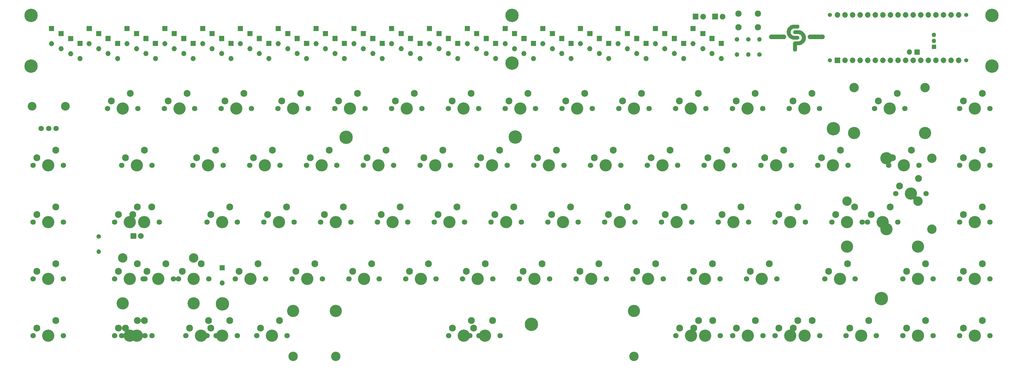
<source format=gts>
G04 #@! TF.GenerationSoftware,KiCad,Pcbnew,(5.1.8)-1*
G04 #@! TF.CreationDate,2021-04-24T10:28:59+02:00*
G04 #@! TF.ProjectId,crispy-keyboard,63726973-7079-42d6-9b65-79626f617264,rev?*
G04 #@! TF.SameCoordinates,Original*
G04 #@! TF.FileFunction,Soldermask,Top*
G04 #@! TF.FilePolarity,Negative*
%FSLAX46Y46*%
G04 Gerber Fmt 4.6, Leading zero omitted, Abs format (unit mm)*
G04 Created by KiCad (PCBNEW (5.1.8)-1) date 2021-04-24 10:28:59*
%MOMM*%
%LPD*%
G01*
G04 APERTURE LIST*
%ADD10C,1.500000*%
%ADD11C,0.010000*%
%ADD12O,1.802000X1.802000*%
%ADD13O,1.452000X1.452000*%
%ADD14C,2.102000*%
%ADD15O,1.502000X1.502000*%
%ADD16C,1.502000*%
%ADD17C,1.902000*%
%ADD18C,1.852000*%
%ADD19C,1.372000*%
%ADD20C,4.502000*%
%ADD21C,2.302000*%
%ADD22C,4.102000*%
%ADD23C,1.802000*%
%ADD24C,3.150000*%
%ADD25C,4.089800*%
%ADD26C,1.803800*%
%ADD27C,2.921400*%
%ADD28O,1.702000X1.702000*%
%ADD29C,3.152000*%
%ADD30C,0.100000*%
G04 APERTURE END LIST*
D10*
X293809420Y-70695820D02*
X298048680Y-70700900D01*
X280809420Y-70695820D02*
X285048680Y-70700900D01*
D11*
G36*
X289797007Y-66684599D02*
G01*
X289850815Y-66706595D01*
X289895417Y-66731205D01*
X289939494Y-66764026D01*
X289989996Y-66809037D01*
X290035922Y-66853429D01*
X290067646Y-66889286D01*
X290090560Y-66924235D01*
X290110056Y-66965904D01*
X290121491Y-66995018D01*
X290153150Y-67086277D01*
X290172183Y-67162566D01*
X290179471Y-67230426D01*
X290175892Y-67296397D01*
X290168094Y-67341656D01*
X290132955Y-67464946D01*
X290083303Y-67568254D01*
X290018449Y-67652907D01*
X289994663Y-67676012D01*
X289949039Y-67714249D01*
X289900409Y-67750265D01*
X289859570Y-67776103D01*
X289829566Y-67791965D01*
X289801090Y-67805325D01*
X289771728Y-67816400D01*
X289739064Y-67825403D01*
X289700685Y-67832551D01*
X289654175Y-67838059D01*
X289597119Y-67842142D01*
X289527104Y-67845015D01*
X289441713Y-67846894D01*
X289338533Y-67847994D01*
X289215149Y-67848529D01*
X289069146Y-67848716D01*
X289044886Y-67848727D01*
X288880038Y-67849055D01*
X288738102Y-67850004D01*
X288616593Y-67851739D01*
X288513028Y-67854426D01*
X288424921Y-67858230D01*
X288349789Y-67863316D01*
X288285148Y-67869850D01*
X288228513Y-67877998D01*
X288177400Y-67887924D01*
X288129325Y-67899794D01*
X288085530Y-67912610D01*
X287932678Y-67973450D01*
X287786360Y-68058785D01*
X287646714Y-68168529D01*
X287588207Y-68223744D01*
X287477300Y-68347550D01*
X287387590Y-68478799D01*
X287316341Y-68622211D01*
X287260816Y-68782509D01*
X287257408Y-68794630D01*
X287243177Y-68848677D01*
X287233348Y-68895172D01*
X287227129Y-68941241D01*
X287223731Y-68994014D01*
X287222363Y-69060617D01*
X287222187Y-69112130D01*
X287222692Y-69190922D01*
X287224736Y-69251454D01*
X287229108Y-69300852D01*
X287236599Y-69346244D01*
X287248001Y-69394759D01*
X287257408Y-69429630D01*
X287311922Y-69591303D01*
X287381967Y-69735756D01*
X287470279Y-69867711D01*
X287579594Y-69991889D01*
X287588207Y-70000515D01*
X287724906Y-70120823D01*
X287868336Y-70216761D01*
X288018355Y-70288241D01*
X288085530Y-70311646D01*
X288142085Y-70328229D01*
X288197695Y-70342039D01*
X288255239Y-70353290D01*
X288317591Y-70362197D01*
X288387627Y-70368973D01*
X288468226Y-70373832D01*
X288562262Y-70376990D01*
X288672612Y-70378660D01*
X288802152Y-70379056D01*
X288953760Y-70378393D01*
X288979300Y-70378211D01*
X289133508Y-70377323D01*
X289264868Y-70377271D01*
X289375923Y-70378247D01*
X289469218Y-70380442D01*
X289547295Y-70384050D01*
X289612699Y-70389261D01*
X289667972Y-70396267D01*
X289715660Y-70405261D01*
X289758305Y-70416435D01*
X289798451Y-70429981D01*
X289829883Y-70442406D01*
X289927393Y-70496216D01*
X290012054Y-70569290D01*
X290081768Y-70657881D01*
X290134439Y-70758240D01*
X290167968Y-70866619D01*
X290180257Y-70979270D01*
X290175035Y-71059116D01*
X290148738Y-71164087D01*
X290101970Y-71265470D01*
X290038352Y-71358027D01*
X289961506Y-71436521D01*
X289875055Y-71495713D01*
X289872067Y-71497283D01*
X289839602Y-71513919D01*
X289809722Y-71528000D01*
X289780058Y-71539741D01*
X289748238Y-71549356D01*
X289711892Y-71557059D01*
X289668650Y-71563064D01*
X289616141Y-71567587D01*
X289551996Y-71570840D01*
X289473843Y-71573039D01*
X289379313Y-71574397D01*
X289266035Y-71575129D01*
X289131638Y-71575450D01*
X289006280Y-71575555D01*
X288878735Y-71575564D01*
X288757109Y-71575447D01*
X288644121Y-71575215D01*
X288542489Y-71574880D01*
X288454932Y-71574453D01*
X288384169Y-71573946D01*
X288332918Y-71573369D01*
X288303899Y-71572733D01*
X288301430Y-71572623D01*
X288195627Y-71563300D01*
X288077296Y-71546471D01*
X287954158Y-71523707D01*
X287833936Y-71496576D01*
X287724352Y-71466649D01*
X287640283Y-71438268D01*
X287442009Y-71356093D01*
X287264956Y-71268669D01*
X287105086Y-71173406D01*
X286958359Y-71067713D01*
X286820738Y-70949000D01*
X286718463Y-70847122D01*
X286595197Y-70711696D01*
X286490373Y-70583514D01*
X286400515Y-70456990D01*
X286322144Y-70326541D01*
X286251780Y-70186580D01*
X286185945Y-70031524D01*
X286148030Y-69931280D01*
X286090477Y-69757367D01*
X286048809Y-69592133D01*
X286021588Y-69427252D01*
X286007379Y-69254402D01*
X286004434Y-69099430D01*
X286008973Y-68937243D01*
X286021857Y-68787130D01*
X286044336Y-68643714D01*
X286077660Y-68501616D01*
X286123079Y-68355460D01*
X286181843Y-68199869D01*
X286250916Y-68038980D01*
X286338656Y-67869226D01*
X286448035Y-67699709D01*
X286575551Y-67534314D01*
X286717707Y-67376927D01*
X286871004Y-67231432D01*
X287031941Y-67101715D01*
X287190799Y-66995386D01*
X287281931Y-66944883D01*
X287389832Y-66892031D01*
X287507402Y-66839791D01*
X287627538Y-66791124D01*
X287743138Y-66748993D01*
X287847102Y-66716359D01*
X287882330Y-66707002D01*
X287932246Y-66695147D01*
X287981132Y-66684979D01*
X288031339Y-66676373D01*
X288085219Y-66669202D01*
X288145121Y-66663340D01*
X288213399Y-66658660D01*
X288292402Y-66655036D01*
X288384483Y-66652342D01*
X288491993Y-66650452D01*
X288617283Y-66649238D01*
X288762704Y-66648576D01*
X288930608Y-66648338D01*
X288974530Y-66648330D01*
X289698430Y-66648330D01*
X289797007Y-66684599D01*
G37*
X289797007Y-66684599D02*
X289850815Y-66706595D01*
X289895417Y-66731205D01*
X289939494Y-66764026D01*
X289989996Y-66809037D01*
X290035922Y-66853429D01*
X290067646Y-66889286D01*
X290090560Y-66924235D01*
X290110056Y-66965904D01*
X290121491Y-66995018D01*
X290153150Y-67086277D01*
X290172183Y-67162566D01*
X290179471Y-67230426D01*
X290175892Y-67296397D01*
X290168094Y-67341656D01*
X290132955Y-67464946D01*
X290083303Y-67568254D01*
X290018449Y-67652907D01*
X289994663Y-67676012D01*
X289949039Y-67714249D01*
X289900409Y-67750265D01*
X289859570Y-67776103D01*
X289829566Y-67791965D01*
X289801090Y-67805325D01*
X289771728Y-67816400D01*
X289739064Y-67825403D01*
X289700685Y-67832551D01*
X289654175Y-67838059D01*
X289597119Y-67842142D01*
X289527104Y-67845015D01*
X289441713Y-67846894D01*
X289338533Y-67847994D01*
X289215149Y-67848529D01*
X289069146Y-67848716D01*
X289044886Y-67848727D01*
X288880038Y-67849055D01*
X288738102Y-67850004D01*
X288616593Y-67851739D01*
X288513028Y-67854426D01*
X288424921Y-67858230D01*
X288349789Y-67863316D01*
X288285148Y-67869850D01*
X288228513Y-67877998D01*
X288177400Y-67887924D01*
X288129325Y-67899794D01*
X288085530Y-67912610D01*
X287932678Y-67973450D01*
X287786360Y-68058785D01*
X287646714Y-68168529D01*
X287588207Y-68223744D01*
X287477300Y-68347550D01*
X287387590Y-68478799D01*
X287316341Y-68622211D01*
X287260816Y-68782509D01*
X287257408Y-68794630D01*
X287243177Y-68848677D01*
X287233348Y-68895172D01*
X287227129Y-68941241D01*
X287223731Y-68994014D01*
X287222363Y-69060617D01*
X287222187Y-69112130D01*
X287222692Y-69190922D01*
X287224736Y-69251454D01*
X287229108Y-69300852D01*
X287236599Y-69346244D01*
X287248001Y-69394759D01*
X287257408Y-69429630D01*
X287311922Y-69591303D01*
X287381967Y-69735756D01*
X287470279Y-69867711D01*
X287579594Y-69991889D01*
X287588207Y-70000515D01*
X287724906Y-70120823D01*
X287868336Y-70216761D01*
X288018355Y-70288241D01*
X288085530Y-70311646D01*
X288142085Y-70328229D01*
X288197695Y-70342039D01*
X288255239Y-70353290D01*
X288317591Y-70362197D01*
X288387627Y-70368973D01*
X288468226Y-70373832D01*
X288562262Y-70376990D01*
X288672612Y-70378660D01*
X288802152Y-70379056D01*
X288953760Y-70378393D01*
X288979300Y-70378211D01*
X289133508Y-70377323D01*
X289264868Y-70377271D01*
X289375923Y-70378247D01*
X289469218Y-70380442D01*
X289547295Y-70384050D01*
X289612699Y-70389261D01*
X289667972Y-70396267D01*
X289715660Y-70405261D01*
X289758305Y-70416435D01*
X289798451Y-70429981D01*
X289829883Y-70442406D01*
X289927393Y-70496216D01*
X290012054Y-70569290D01*
X290081768Y-70657881D01*
X290134439Y-70758240D01*
X290167968Y-70866619D01*
X290180257Y-70979270D01*
X290175035Y-71059116D01*
X290148738Y-71164087D01*
X290101970Y-71265470D01*
X290038352Y-71358027D01*
X289961506Y-71436521D01*
X289875055Y-71495713D01*
X289872067Y-71497283D01*
X289839602Y-71513919D01*
X289809722Y-71528000D01*
X289780058Y-71539741D01*
X289748238Y-71549356D01*
X289711892Y-71557059D01*
X289668650Y-71563064D01*
X289616141Y-71567587D01*
X289551996Y-71570840D01*
X289473843Y-71573039D01*
X289379313Y-71574397D01*
X289266035Y-71575129D01*
X289131638Y-71575450D01*
X289006280Y-71575555D01*
X288878735Y-71575564D01*
X288757109Y-71575447D01*
X288644121Y-71575215D01*
X288542489Y-71574880D01*
X288454932Y-71574453D01*
X288384169Y-71573946D01*
X288332918Y-71573369D01*
X288303899Y-71572733D01*
X288301430Y-71572623D01*
X288195627Y-71563300D01*
X288077296Y-71546471D01*
X287954158Y-71523707D01*
X287833936Y-71496576D01*
X287724352Y-71466649D01*
X287640283Y-71438268D01*
X287442009Y-71356093D01*
X287264956Y-71268669D01*
X287105086Y-71173406D01*
X286958359Y-71067713D01*
X286820738Y-70949000D01*
X286718463Y-70847122D01*
X286595197Y-70711696D01*
X286490373Y-70583514D01*
X286400515Y-70456990D01*
X286322144Y-70326541D01*
X286251780Y-70186580D01*
X286185945Y-70031524D01*
X286148030Y-69931280D01*
X286090477Y-69757367D01*
X286048809Y-69592133D01*
X286021588Y-69427252D01*
X286007379Y-69254402D01*
X286004434Y-69099430D01*
X286008973Y-68937243D01*
X286021857Y-68787130D01*
X286044336Y-68643714D01*
X286077660Y-68501616D01*
X286123079Y-68355460D01*
X286181843Y-68199869D01*
X286250916Y-68038980D01*
X286338656Y-67869226D01*
X286448035Y-67699709D01*
X286575551Y-67534314D01*
X286717707Y-67376927D01*
X286871004Y-67231432D01*
X287031941Y-67101715D01*
X287190799Y-66995386D01*
X287281931Y-66944883D01*
X287389832Y-66892031D01*
X287507402Y-66839791D01*
X287627538Y-66791124D01*
X287743138Y-66748993D01*
X287847102Y-66716359D01*
X287882330Y-66707002D01*
X287932246Y-66695147D01*
X287981132Y-66684979D01*
X288031339Y-66676373D01*
X288085219Y-66669202D01*
X288145121Y-66663340D01*
X288213399Y-66658660D01*
X288292402Y-66655036D01*
X288384483Y-66652342D01*
X288491993Y-66650452D01*
X288617283Y-66649238D01*
X288762704Y-66648576D01*
X288930608Y-66648338D01*
X288974530Y-66648330D01*
X289698430Y-66648330D01*
X289797007Y-66684599D01*
G36*
X289228973Y-68510931D02*
G01*
X289399042Y-68511970D01*
X289429426Y-68512199D01*
X289590278Y-68513493D01*
X289728398Y-68514845D01*
X289846455Y-68516448D01*
X289947118Y-68518494D01*
X290033054Y-68521177D01*
X290106933Y-68524690D01*
X290171422Y-68529226D01*
X290229189Y-68534978D01*
X290282904Y-68542138D01*
X290335234Y-68550901D01*
X290388848Y-68561458D01*
X290446414Y-68574004D01*
X290510600Y-68588731D01*
X290521134Y-68591179D01*
X290614203Y-68616689D01*
X290718743Y-68651747D01*
X290827508Y-68693412D01*
X290933255Y-68738745D01*
X291028738Y-68784803D01*
X291106713Y-68828648D01*
X291107724Y-68829280D01*
X291323280Y-68974764D01*
X291515052Y-69126171D01*
X291684231Y-69284785D01*
X291832005Y-69451890D01*
X291959564Y-69628769D01*
X292068097Y-69816708D01*
X292117395Y-69919199D01*
X292189473Y-70087015D01*
X292247152Y-70240235D01*
X292291671Y-70384274D01*
X292324271Y-70524549D01*
X292346192Y-70666478D01*
X292358674Y-70815476D01*
X292362959Y-70976960D01*
X292362984Y-70991730D01*
X292359353Y-71154552D01*
X292347630Y-71304418D01*
X292326577Y-71446745D01*
X292294952Y-71586949D01*
X292251516Y-71730448D01*
X292195028Y-71882657D01*
X292124247Y-72048993D01*
X292117395Y-72064260D01*
X292019971Y-72252355D01*
X291900286Y-72435680D01*
X291761451Y-72610618D01*
X291606578Y-72773551D01*
X291438781Y-72920863D01*
X291281927Y-73035347D01*
X291127737Y-73133077D01*
X290981172Y-73215698D01*
X290838155Y-73284447D01*
X290694611Y-73340560D01*
X290546464Y-73385272D01*
X290389640Y-73419819D01*
X290220061Y-73445437D01*
X290033654Y-73463361D01*
X289833396Y-73474545D01*
X289744843Y-73478034D01*
X289661409Y-73481157D01*
X289587573Y-73483759D01*
X289527812Y-73485685D01*
X289486603Y-73486781D01*
X289473912Y-73486972D01*
X289453625Y-73486590D01*
X289436294Y-73486448D01*
X289421687Y-73488394D01*
X289409573Y-73494275D01*
X289399717Y-73505940D01*
X289391889Y-73525234D01*
X289385857Y-73554007D01*
X289381387Y-73594105D01*
X289378248Y-73647375D01*
X289376208Y-73715665D01*
X289375034Y-73800823D01*
X289374494Y-73904696D01*
X289374356Y-74029131D01*
X289374388Y-74175975D01*
X289374392Y-74278762D01*
X289374290Y-74446605D01*
X289373967Y-74591134D01*
X289373261Y-74714435D01*
X289372013Y-74818593D01*
X289370059Y-74905695D01*
X289367240Y-74977826D01*
X289363394Y-75037073D01*
X289358360Y-75085521D01*
X289351977Y-75125255D01*
X289344084Y-75158363D01*
X289334519Y-75186929D01*
X289323122Y-75213039D01*
X289309731Y-75238780D01*
X289298718Y-75258338D01*
X289259227Y-75315250D01*
X289205109Y-75377226D01*
X289143827Y-75436795D01*
X289082846Y-75486487D01*
X289047832Y-75509423D01*
X288962575Y-75546538D01*
X288863260Y-75570634D01*
X288758189Y-75580734D01*
X288655667Y-75575861D01*
X288590539Y-75563201D01*
X288477584Y-75521202D01*
X288378097Y-75459082D01*
X288290240Y-75375462D01*
X288225244Y-75289369D01*
X288208363Y-75264244D01*
X288193456Y-75242130D01*
X288180400Y-75221372D01*
X288169074Y-75200315D01*
X288159354Y-75177302D01*
X288151119Y-75150678D01*
X288144247Y-75118787D01*
X288138615Y-75079974D01*
X288134101Y-75032582D01*
X288130584Y-74974957D01*
X288127939Y-74905443D01*
X288126047Y-74822383D01*
X288124783Y-74724122D01*
X288124027Y-74609005D01*
X288123655Y-74475375D01*
X288123547Y-74321578D01*
X288123578Y-74145957D01*
X288123628Y-73946857D01*
X288123630Y-73912730D01*
X288123687Y-73708758D01*
X288123874Y-73528685D01*
X288124213Y-73371010D01*
X288124726Y-73234233D01*
X288125434Y-73116853D01*
X288126360Y-73017369D01*
X288127524Y-72934281D01*
X288128950Y-72866087D01*
X288130659Y-72811287D01*
X288132673Y-72768380D01*
X288135013Y-72735866D01*
X288137703Y-72712244D01*
X288140763Y-72696013D01*
X288141419Y-72693530D01*
X288185440Y-72582079D01*
X288250519Y-72481322D01*
X288333466Y-72394386D01*
X288431092Y-72324399D01*
X288540208Y-72274490D01*
X288581274Y-72262147D01*
X288603044Y-72257454D01*
X288630666Y-72253546D01*
X288666448Y-72250355D01*
X288712693Y-72247814D01*
X288771710Y-72245855D01*
X288845803Y-72244411D01*
X288937279Y-72243413D01*
X289048444Y-72242795D01*
X289181603Y-72242488D01*
X289253423Y-72242432D01*
X289417735Y-72242096D01*
X289559152Y-72241126D01*
X289680174Y-72239352D01*
X289783299Y-72236607D01*
X289871029Y-72232725D01*
X289945864Y-72227536D01*
X290010303Y-72220874D01*
X290066846Y-72212571D01*
X290117993Y-72202459D01*
X290166245Y-72190372D01*
X290206430Y-72178549D01*
X290337874Y-72127374D01*
X290466979Y-72057823D01*
X290588417Y-71973725D01*
X290696863Y-71878908D01*
X290786989Y-71777200D01*
X290810846Y-71744181D01*
X290880992Y-71631608D01*
X290943016Y-71512889D01*
X290992978Y-71396153D01*
X291021753Y-71309152D01*
X291035988Y-71255337D01*
X291045819Y-71209183D01*
X291052029Y-71163593D01*
X291055403Y-71111469D01*
X291056728Y-71045712D01*
X291056861Y-70991730D01*
X291056096Y-70909522D01*
X291053556Y-70845852D01*
X291048566Y-70793878D01*
X291040449Y-70746761D01*
X291028529Y-70697661D01*
X291027346Y-70693280D01*
X290987293Y-70566321D01*
X290938012Y-70451441D01*
X290874574Y-70337827D01*
X290842630Y-70288046D01*
X290736600Y-70149532D01*
X290615002Y-70030654D01*
X290477220Y-69930971D01*
X290322639Y-69850044D01*
X290150641Y-69787432D01*
X290136580Y-69783335D01*
X290015930Y-69748777D01*
X289323780Y-69741415D01*
X289173516Y-69739792D01*
X289046458Y-69738316D01*
X288940415Y-69736882D01*
X288853193Y-69735390D01*
X288782601Y-69733735D01*
X288726446Y-69731815D01*
X288682535Y-69729528D01*
X288648677Y-69726770D01*
X288622679Y-69723440D01*
X288602349Y-69719434D01*
X288585493Y-69714650D01*
X288569921Y-69708985D01*
X288561780Y-69705729D01*
X288515765Y-69685355D01*
X288473345Y-69663754D01*
X288453841Y-69652154D01*
X288410169Y-69618148D01*
X288359862Y-69571310D01*
X288309237Y-69518336D01*
X288264614Y-69465922D01*
X288232310Y-69420764D01*
X288227223Y-69411990D01*
X288181654Y-69302366D01*
X288159094Y-69185699D01*
X288159546Y-69065707D01*
X288183012Y-68946109D01*
X288226902Y-68835691D01*
X288279856Y-68755115D01*
X288352269Y-68679363D01*
X288438201Y-68612895D01*
X288531715Y-68560171D01*
X288626872Y-68525648D01*
X288645589Y-68521318D01*
X288672092Y-68517846D01*
X288715586Y-68515059D01*
X288777244Y-68512944D01*
X288858240Y-68511488D01*
X288959744Y-68510676D01*
X289082931Y-68510495D01*
X289228973Y-68510931D01*
G37*
X289228973Y-68510931D02*
X289399042Y-68511970D01*
X289429426Y-68512199D01*
X289590278Y-68513493D01*
X289728398Y-68514845D01*
X289846455Y-68516448D01*
X289947118Y-68518494D01*
X290033054Y-68521177D01*
X290106933Y-68524690D01*
X290171422Y-68529226D01*
X290229189Y-68534978D01*
X290282904Y-68542138D01*
X290335234Y-68550901D01*
X290388848Y-68561458D01*
X290446414Y-68574004D01*
X290510600Y-68588731D01*
X290521134Y-68591179D01*
X290614203Y-68616689D01*
X290718743Y-68651747D01*
X290827508Y-68693412D01*
X290933255Y-68738745D01*
X291028738Y-68784803D01*
X291106713Y-68828648D01*
X291107724Y-68829280D01*
X291323280Y-68974764D01*
X291515052Y-69126171D01*
X291684231Y-69284785D01*
X291832005Y-69451890D01*
X291959564Y-69628769D01*
X292068097Y-69816708D01*
X292117395Y-69919199D01*
X292189473Y-70087015D01*
X292247152Y-70240235D01*
X292291671Y-70384274D01*
X292324271Y-70524549D01*
X292346192Y-70666478D01*
X292358674Y-70815476D01*
X292362959Y-70976960D01*
X292362984Y-70991730D01*
X292359353Y-71154552D01*
X292347630Y-71304418D01*
X292326577Y-71446745D01*
X292294952Y-71586949D01*
X292251516Y-71730448D01*
X292195028Y-71882657D01*
X292124247Y-72048993D01*
X292117395Y-72064260D01*
X292019971Y-72252355D01*
X291900286Y-72435680D01*
X291761451Y-72610618D01*
X291606578Y-72773551D01*
X291438781Y-72920863D01*
X291281927Y-73035347D01*
X291127737Y-73133077D01*
X290981172Y-73215698D01*
X290838155Y-73284447D01*
X290694611Y-73340560D01*
X290546464Y-73385272D01*
X290389640Y-73419819D01*
X290220061Y-73445437D01*
X290033654Y-73463361D01*
X289833396Y-73474545D01*
X289744843Y-73478034D01*
X289661409Y-73481157D01*
X289587573Y-73483759D01*
X289527812Y-73485685D01*
X289486603Y-73486781D01*
X289473912Y-73486972D01*
X289453625Y-73486590D01*
X289436294Y-73486448D01*
X289421687Y-73488394D01*
X289409573Y-73494275D01*
X289399717Y-73505940D01*
X289391889Y-73525234D01*
X289385857Y-73554007D01*
X289381387Y-73594105D01*
X289378248Y-73647375D01*
X289376208Y-73715665D01*
X289375034Y-73800823D01*
X289374494Y-73904696D01*
X289374356Y-74029131D01*
X289374388Y-74175975D01*
X289374392Y-74278762D01*
X289374290Y-74446605D01*
X289373967Y-74591134D01*
X289373261Y-74714435D01*
X289372013Y-74818593D01*
X289370059Y-74905695D01*
X289367240Y-74977826D01*
X289363394Y-75037073D01*
X289358360Y-75085521D01*
X289351977Y-75125255D01*
X289344084Y-75158363D01*
X289334519Y-75186929D01*
X289323122Y-75213039D01*
X289309731Y-75238780D01*
X289298718Y-75258338D01*
X289259227Y-75315250D01*
X289205109Y-75377226D01*
X289143827Y-75436795D01*
X289082846Y-75486487D01*
X289047832Y-75509423D01*
X288962575Y-75546538D01*
X288863260Y-75570634D01*
X288758189Y-75580734D01*
X288655667Y-75575861D01*
X288590539Y-75563201D01*
X288477584Y-75521202D01*
X288378097Y-75459082D01*
X288290240Y-75375462D01*
X288225244Y-75289369D01*
X288208363Y-75264244D01*
X288193456Y-75242130D01*
X288180400Y-75221372D01*
X288169074Y-75200315D01*
X288159354Y-75177302D01*
X288151119Y-75150678D01*
X288144247Y-75118787D01*
X288138615Y-75079974D01*
X288134101Y-75032582D01*
X288130584Y-74974957D01*
X288127939Y-74905443D01*
X288126047Y-74822383D01*
X288124783Y-74724122D01*
X288124027Y-74609005D01*
X288123655Y-74475375D01*
X288123547Y-74321578D01*
X288123578Y-74145957D01*
X288123628Y-73946857D01*
X288123630Y-73912730D01*
X288123687Y-73708758D01*
X288123874Y-73528685D01*
X288124213Y-73371010D01*
X288124726Y-73234233D01*
X288125434Y-73116853D01*
X288126360Y-73017369D01*
X288127524Y-72934281D01*
X288128950Y-72866087D01*
X288130659Y-72811287D01*
X288132673Y-72768380D01*
X288135013Y-72735866D01*
X288137703Y-72712244D01*
X288140763Y-72696013D01*
X288141419Y-72693530D01*
X288185440Y-72582079D01*
X288250519Y-72481322D01*
X288333466Y-72394386D01*
X288431092Y-72324399D01*
X288540208Y-72274490D01*
X288581274Y-72262147D01*
X288603044Y-72257454D01*
X288630666Y-72253546D01*
X288666448Y-72250355D01*
X288712693Y-72247814D01*
X288771710Y-72245855D01*
X288845803Y-72244411D01*
X288937279Y-72243413D01*
X289048444Y-72242795D01*
X289181603Y-72242488D01*
X289253423Y-72242432D01*
X289417735Y-72242096D01*
X289559152Y-72241126D01*
X289680174Y-72239352D01*
X289783299Y-72236607D01*
X289871029Y-72232725D01*
X289945864Y-72227536D01*
X290010303Y-72220874D01*
X290066846Y-72212571D01*
X290117993Y-72202459D01*
X290166245Y-72190372D01*
X290206430Y-72178549D01*
X290337874Y-72127374D01*
X290466979Y-72057823D01*
X290588417Y-71973725D01*
X290696863Y-71878908D01*
X290786989Y-71777200D01*
X290810846Y-71744181D01*
X290880992Y-71631608D01*
X290943016Y-71512889D01*
X290992978Y-71396153D01*
X291021753Y-71309152D01*
X291035988Y-71255337D01*
X291045819Y-71209183D01*
X291052029Y-71163593D01*
X291055403Y-71111469D01*
X291056728Y-71045712D01*
X291056861Y-70991730D01*
X291056096Y-70909522D01*
X291053556Y-70845852D01*
X291048566Y-70793878D01*
X291040449Y-70746761D01*
X291028529Y-70697661D01*
X291027346Y-70693280D01*
X290987293Y-70566321D01*
X290938012Y-70451441D01*
X290874574Y-70337827D01*
X290842630Y-70288046D01*
X290736600Y-70149532D01*
X290615002Y-70030654D01*
X290477220Y-69930971D01*
X290322639Y-69850044D01*
X290150641Y-69787432D01*
X290136580Y-69783335D01*
X290015930Y-69748777D01*
X289323780Y-69741415D01*
X289173516Y-69739792D01*
X289046458Y-69738316D01*
X288940415Y-69736882D01*
X288853193Y-69735390D01*
X288782601Y-69733735D01*
X288726446Y-69731815D01*
X288682535Y-69729528D01*
X288648677Y-69726770D01*
X288622679Y-69723440D01*
X288602349Y-69719434D01*
X288585493Y-69714650D01*
X288569921Y-69708985D01*
X288561780Y-69705729D01*
X288515765Y-69685355D01*
X288473345Y-69663754D01*
X288453841Y-69652154D01*
X288410169Y-69618148D01*
X288359862Y-69571310D01*
X288309237Y-69518336D01*
X288264614Y-69465922D01*
X288232310Y-69420764D01*
X288227223Y-69411990D01*
X288181654Y-69302366D01*
X288159094Y-69185699D01*
X288159546Y-69065707D01*
X288183012Y-68946109D01*
X288226902Y-68835691D01*
X288279856Y-68755115D01*
X288352269Y-68679363D01*
X288438201Y-68612895D01*
X288531715Y-68560171D01*
X288626872Y-68525648D01*
X288645589Y-68521318D01*
X288672092Y-68517846D01*
X288715586Y-68515059D01*
X288777244Y-68512944D01*
X288858240Y-68511488D01*
X288959744Y-68510676D01*
X289082931Y-68510495D01*
X289228973Y-68510931D01*
D10*
X293809420Y-70695820D02*
X298048680Y-70700900D01*
X280809420Y-70695820D02*
X285048680Y-70700900D01*
D11*
G36*
X289797007Y-66684599D02*
G01*
X289850815Y-66706595D01*
X289895417Y-66731205D01*
X289939494Y-66764026D01*
X289989996Y-66809037D01*
X290035922Y-66853429D01*
X290067646Y-66889286D01*
X290090560Y-66924235D01*
X290110056Y-66965904D01*
X290121491Y-66995018D01*
X290153150Y-67086277D01*
X290172183Y-67162566D01*
X290179471Y-67230426D01*
X290175892Y-67296397D01*
X290168094Y-67341656D01*
X290132955Y-67464946D01*
X290083303Y-67568254D01*
X290018449Y-67652907D01*
X289994663Y-67676012D01*
X289949039Y-67714249D01*
X289900409Y-67750265D01*
X289859570Y-67776103D01*
X289829566Y-67791965D01*
X289801090Y-67805325D01*
X289771728Y-67816400D01*
X289739064Y-67825403D01*
X289700685Y-67832551D01*
X289654175Y-67838059D01*
X289597119Y-67842142D01*
X289527104Y-67845015D01*
X289441713Y-67846894D01*
X289338533Y-67847994D01*
X289215149Y-67848529D01*
X289069146Y-67848716D01*
X289044886Y-67848727D01*
X288880038Y-67849055D01*
X288738102Y-67850004D01*
X288616593Y-67851739D01*
X288513028Y-67854426D01*
X288424921Y-67858230D01*
X288349789Y-67863316D01*
X288285148Y-67869850D01*
X288228513Y-67877998D01*
X288177400Y-67887924D01*
X288129325Y-67899794D01*
X288085530Y-67912610D01*
X287932678Y-67973450D01*
X287786360Y-68058785D01*
X287646714Y-68168529D01*
X287588207Y-68223744D01*
X287477300Y-68347550D01*
X287387590Y-68478799D01*
X287316341Y-68622211D01*
X287260816Y-68782509D01*
X287257408Y-68794630D01*
X287243177Y-68848677D01*
X287233348Y-68895172D01*
X287227129Y-68941241D01*
X287223731Y-68994014D01*
X287222363Y-69060617D01*
X287222187Y-69112130D01*
X287222692Y-69190922D01*
X287224736Y-69251454D01*
X287229108Y-69300852D01*
X287236599Y-69346244D01*
X287248001Y-69394759D01*
X287257408Y-69429630D01*
X287311922Y-69591303D01*
X287381967Y-69735756D01*
X287470279Y-69867711D01*
X287579594Y-69991889D01*
X287588207Y-70000515D01*
X287724906Y-70120823D01*
X287868336Y-70216761D01*
X288018355Y-70288241D01*
X288085530Y-70311646D01*
X288142085Y-70328229D01*
X288197695Y-70342039D01*
X288255239Y-70353290D01*
X288317591Y-70362197D01*
X288387627Y-70368973D01*
X288468226Y-70373832D01*
X288562262Y-70376990D01*
X288672612Y-70378660D01*
X288802152Y-70379056D01*
X288953760Y-70378393D01*
X288979300Y-70378211D01*
X289133508Y-70377323D01*
X289264868Y-70377271D01*
X289375923Y-70378247D01*
X289469218Y-70380442D01*
X289547295Y-70384050D01*
X289612699Y-70389261D01*
X289667972Y-70396267D01*
X289715660Y-70405261D01*
X289758305Y-70416435D01*
X289798451Y-70429981D01*
X289829883Y-70442406D01*
X289927393Y-70496216D01*
X290012054Y-70569290D01*
X290081768Y-70657881D01*
X290134439Y-70758240D01*
X290167968Y-70866619D01*
X290180257Y-70979270D01*
X290175035Y-71059116D01*
X290148738Y-71164087D01*
X290101970Y-71265470D01*
X290038352Y-71358027D01*
X289961506Y-71436521D01*
X289875055Y-71495713D01*
X289872067Y-71497283D01*
X289839602Y-71513919D01*
X289809722Y-71528000D01*
X289780058Y-71539741D01*
X289748238Y-71549356D01*
X289711892Y-71557059D01*
X289668650Y-71563064D01*
X289616141Y-71567587D01*
X289551996Y-71570840D01*
X289473843Y-71573039D01*
X289379313Y-71574397D01*
X289266035Y-71575129D01*
X289131638Y-71575450D01*
X289006280Y-71575555D01*
X288878735Y-71575564D01*
X288757109Y-71575447D01*
X288644121Y-71575215D01*
X288542489Y-71574880D01*
X288454932Y-71574453D01*
X288384169Y-71573946D01*
X288332918Y-71573369D01*
X288303899Y-71572733D01*
X288301430Y-71572623D01*
X288195627Y-71563300D01*
X288077296Y-71546471D01*
X287954158Y-71523707D01*
X287833936Y-71496576D01*
X287724352Y-71466649D01*
X287640283Y-71438268D01*
X287442009Y-71356093D01*
X287264956Y-71268669D01*
X287105086Y-71173406D01*
X286958359Y-71067713D01*
X286820738Y-70949000D01*
X286718463Y-70847122D01*
X286595197Y-70711696D01*
X286490373Y-70583514D01*
X286400515Y-70456990D01*
X286322144Y-70326541D01*
X286251780Y-70186580D01*
X286185945Y-70031524D01*
X286148030Y-69931280D01*
X286090477Y-69757367D01*
X286048809Y-69592133D01*
X286021588Y-69427252D01*
X286007379Y-69254402D01*
X286004434Y-69099430D01*
X286008973Y-68937243D01*
X286021857Y-68787130D01*
X286044336Y-68643714D01*
X286077660Y-68501616D01*
X286123079Y-68355460D01*
X286181843Y-68199869D01*
X286250916Y-68038980D01*
X286338656Y-67869226D01*
X286448035Y-67699709D01*
X286575551Y-67534314D01*
X286717707Y-67376927D01*
X286871004Y-67231432D01*
X287031941Y-67101715D01*
X287190799Y-66995386D01*
X287281931Y-66944883D01*
X287389832Y-66892031D01*
X287507402Y-66839791D01*
X287627538Y-66791124D01*
X287743138Y-66748993D01*
X287847102Y-66716359D01*
X287882330Y-66707002D01*
X287932246Y-66695147D01*
X287981132Y-66684979D01*
X288031339Y-66676373D01*
X288085219Y-66669202D01*
X288145121Y-66663340D01*
X288213399Y-66658660D01*
X288292402Y-66655036D01*
X288384483Y-66652342D01*
X288491993Y-66650452D01*
X288617283Y-66649238D01*
X288762704Y-66648576D01*
X288930608Y-66648338D01*
X288974530Y-66648330D01*
X289698430Y-66648330D01*
X289797007Y-66684599D01*
G37*
X289797007Y-66684599D02*
X289850815Y-66706595D01*
X289895417Y-66731205D01*
X289939494Y-66764026D01*
X289989996Y-66809037D01*
X290035922Y-66853429D01*
X290067646Y-66889286D01*
X290090560Y-66924235D01*
X290110056Y-66965904D01*
X290121491Y-66995018D01*
X290153150Y-67086277D01*
X290172183Y-67162566D01*
X290179471Y-67230426D01*
X290175892Y-67296397D01*
X290168094Y-67341656D01*
X290132955Y-67464946D01*
X290083303Y-67568254D01*
X290018449Y-67652907D01*
X289994663Y-67676012D01*
X289949039Y-67714249D01*
X289900409Y-67750265D01*
X289859570Y-67776103D01*
X289829566Y-67791965D01*
X289801090Y-67805325D01*
X289771728Y-67816400D01*
X289739064Y-67825403D01*
X289700685Y-67832551D01*
X289654175Y-67838059D01*
X289597119Y-67842142D01*
X289527104Y-67845015D01*
X289441713Y-67846894D01*
X289338533Y-67847994D01*
X289215149Y-67848529D01*
X289069146Y-67848716D01*
X289044886Y-67848727D01*
X288880038Y-67849055D01*
X288738102Y-67850004D01*
X288616593Y-67851739D01*
X288513028Y-67854426D01*
X288424921Y-67858230D01*
X288349789Y-67863316D01*
X288285148Y-67869850D01*
X288228513Y-67877998D01*
X288177400Y-67887924D01*
X288129325Y-67899794D01*
X288085530Y-67912610D01*
X287932678Y-67973450D01*
X287786360Y-68058785D01*
X287646714Y-68168529D01*
X287588207Y-68223744D01*
X287477300Y-68347550D01*
X287387590Y-68478799D01*
X287316341Y-68622211D01*
X287260816Y-68782509D01*
X287257408Y-68794630D01*
X287243177Y-68848677D01*
X287233348Y-68895172D01*
X287227129Y-68941241D01*
X287223731Y-68994014D01*
X287222363Y-69060617D01*
X287222187Y-69112130D01*
X287222692Y-69190922D01*
X287224736Y-69251454D01*
X287229108Y-69300852D01*
X287236599Y-69346244D01*
X287248001Y-69394759D01*
X287257408Y-69429630D01*
X287311922Y-69591303D01*
X287381967Y-69735756D01*
X287470279Y-69867711D01*
X287579594Y-69991889D01*
X287588207Y-70000515D01*
X287724906Y-70120823D01*
X287868336Y-70216761D01*
X288018355Y-70288241D01*
X288085530Y-70311646D01*
X288142085Y-70328229D01*
X288197695Y-70342039D01*
X288255239Y-70353290D01*
X288317591Y-70362197D01*
X288387627Y-70368973D01*
X288468226Y-70373832D01*
X288562262Y-70376990D01*
X288672612Y-70378660D01*
X288802152Y-70379056D01*
X288953760Y-70378393D01*
X288979300Y-70378211D01*
X289133508Y-70377323D01*
X289264868Y-70377271D01*
X289375923Y-70378247D01*
X289469218Y-70380442D01*
X289547295Y-70384050D01*
X289612699Y-70389261D01*
X289667972Y-70396267D01*
X289715660Y-70405261D01*
X289758305Y-70416435D01*
X289798451Y-70429981D01*
X289829883Y-70442406D01*
X289927393Y-70496216D01*
X290012054Y-70569290D01*
X290081768Y-70657881D01*
X290134439Y-70758240D01*
X290167968Y-70866619D01*
X290180257Y-70979270D01*
X290175035Y-71059116D01*
X290148738Y-71164087D01*
X290101970Y-71265470D01*
X290038352Y-71358027D01*
X289961506Y-71436521D01*
X289875055Y-71495713D01*
X289872067Y-71497283D01*
X289839602Y-71513919D01*
X289809722Y-71528000D01*
X289780058Y-71539741D01*
X289748238Y-71549356D01*
X289711892Y-71557059D01*
X289668650Y-71563064D01*
X289616141Y-71567587D01*
X289551996Y-71570840D01*
X289473843Y-71573039D01*
X289379313Y-71574397D01*
X289266035Y-71575129D01*
X289131638Y-71575450D01*
X289006280Y-71575555D01*
X288878735Y-71575564D01*
X288757109Y-71575447D01*
X288644121Y-71575215D01*
X288542489Y-71574880D01*
X288454932Y-71574453D01*
X288384169Y-71573946D01*
X288332918Y-71573369D01*
X288303899Y-71572733D01*
X288301430Y-71572623D01*
X288195627Y-71563300D01*
X288077296Y-71546471D01*
X287954158Y-71523707D01*
X287833936Y-71496576D01*
X287724352Y-71466649D01*
X287640283Y-71438268D01*
X287442009Y-71356093D01*
X287264956Y-71268669D01*
X287105086Y-71173406D01*
X286958359Y-71067713D01*
X286820738Y-70949000D01*
X286718463Y-70847122D01*
X286595197Y-70711696D01*
X286490373Y-70583514D01*
X286400515Y-70456990D01*
X286322144Y-70326541D01*
X286251780Y-70186580D01*
X286185945Y-70031524D01*
X286148030Y-69931280D01*
X286090477Y-69757367D01*
X286048809Y-69592133D01*
X286021588Y-69427252D01*
X286007379Y-69254402D01*
X286004434Y-69099430D01*
X286008973Y-68937243D01*
X286021857Y-68787130D01*
X286044336Y-68643714D01*
X286077660Y-68501616D01*
X286123079Y-68355460D01*
X286181843Y-68199869D01*
X286250916Y-68038980D01*
X286338656Y-67869226D01*
X286448035Y-67699709D01*
X286575551Y-67534314D01*
X286717707Y-67376927D01*
X286871004Y-67231432D01*
X287031941Y-67101715D01*
X287190799Y-66995386D01*
X287281931Y-66944883D01*
X287389832Y-66892031D01*
X287507402Y-66839791D01*
X287627538Y-66791124D01*
X287743138Y-66748993D01*
X287847102Y-66716359D01*
X287882330Y-66707002D01*
X287932246Y-66695147D01*
X287981132Y-66684979D01*
X288031339Y-66676373D01*
X288085219Y-66669202D01*
X288145121Y-66663340D01*
X288213399Y-66658660D01*
X288292402Y-66655036D01*
X288384483Y-66652342D01*
X288491993Y-66650452D01*
X288617283Y-66649238D01*
X288762704Y-66648576D01*
X288930608Y-66648338D01*
X288974530Y-66648330D01*
X289698430Y-66648330D01*
X289797007Y-66684599D01*
G36*
X289228973Y-68510931D02*
G01*
X289399042Y-68511970D01*
X289429426Y-68512199D01*
X289590278Y-68513493D01*
X289728398Y-68514845D01*
X289846455Y-68516448D01*
X289947118Y-68518494D01*
X290033054Y-68521177D01*
X290106933Y-68524690D01*
X290171422Y-68529226D01*
X290229189Y-68534978D01*
X290282904Y-68542138D01*
X290335234Y-68550901D01*
X290388848Y-68561458D01*
X290446414Y-68574004D01*
X290510600Y-68588731D01*
X290521134Y-68591179D01*
X290614203Y-68616689D01*
X290718743Y-68651747D01*
X290827508Y-68693412D01*
X290933255Y-68738745D01*
X291028738Y-68784803D01*
X291106713Y-68828648D01*
X291107724Y-68829280D01*
X291323280Y-68974764D01*
X291515052Y-69126171D01*
X291684231Y-69284785D01*
X291832005Y-69451890D01*
X291959564Y-69628769D01*
X292068097Y-69816708D01*
X292117395Y-69919199D01*
X292189473Y-70087015D01*
X292247152Y-70240235D01*
X292291671Y-70384274D01*
X292324271Y-70524549D01*
X292346192Y-70666478D01*
X292358674Y-70815476D01*
X292362959Y-70976960D01*
X292362984Y-70991730D01*
X292359353Y-71154552D01*
X292347630Y-71304418D01*
X292326577Y-71446745D01*
X292294952Y-71586949D01*
X292251516Y-71730448D01*
X292195028Y-71882657D01*
X292124247Y-72048993D01*
X292117395Y-72064260D01*
X292019971Y-72252355D01*
X291900286Y-72435680D01*
X291761451Y-72610618D01*
X291606578Y-72773551D01*
X291438781Y-72920863D01*
X291281927Y-73035347D01*
X291127737Y-73133077D01*
X290981172Y-73215698D01*
X290838155Y-73284447D01*
X290694611Y-73340560D01*
X290546464Y-73385272D01*
X290389640Y-73419819D01*
X290220061Y-73445437D01*
X290033654Y-73463361D01*
X289833396Y-73474545D01*
X289744843Y-73478034D01*
X289661409Y-73481157D01*
X289587573Y-73483759D01*
X289527812Y-73485685D01*
X289486603Y-73486781D01*
X289473912Y-73486972D01*
X289453625Y-73486590D01*
X289436294Y-73486448D01*
X289421687Y-73488394D01*
X289409573Y-73494275D01*
X289399717Y-73505940D01*
X289391889Y-73525234D01*
X289385857Y-73554007D01*
X289381387Y-73594105D01*
X289378248Y-73647375D01*
X289376208Y-73715665D01*
X289375034Y-73800823D01*
X289374494Y-73904696D01*
X289374356Y-74029131D01*
X289374388Y-74175975D01*
X289374392Y-74278762D01*
X289374290Y-74446605D01*
X289373967Y-74591134D01*
X289373261Y-74714435D01*
X289372013Y-74818593D01*
X289370059Y-74905695D01*
X289367240Y-74977826D01*
X289363394Y-75037073D01*
X289358360Y-75085521D01*
X289351977Y-75125255D01*
X289344084Y-75158363D01*
X289334519Y-75186929D01*
X289323122Y-75213039D01*
X289309731Y-75238780D01*
X289298718Y-75258338D01*
X289259227Y-75315250D01*
X289205109Y-75377226D01*
X289143827Y-75436795D01*
X289082846Y-75486487D01*
X289047832Y-75509423D01*
X288962575Y-75546538D01*
X288863260Y-75570634D01*
X288758189Y-75580734D01*
X288655667Y-75575861D01*
X288590539Y-75563201D01*
X288477584Y-75521202D01*
X288378097Y-75459082D01*
X288290240Y-75375462D01*
X288225244Y-75289369D01*
X288208363Y-75264244D01*
X288193456Y-75242130D01*
X288180400Y-75221372D01*
X288169074Y-75200315D01*
X288159354Y-75177302D01*
X288151119Y-75150678D01*
X288144247Y-75118787D01*
X288138615Y-75079974D01*
X288134101Y-75032582D01*
X288130584Y-74974957D01*
X288127939Y-74905443D01*
X288126047Y-74822383D01*
X288124783Y-74724122D01*
X288124027Y-74609005D01*
X288123655Y-74475375D01*
X288123547Y-74321578D01*
X288123578Y-74145957D01*
X288123628Y-73946857D01*
X288123630Y-73912730D01*
X288123687Y-73708758D01*
X288123874Y-73528685D01*
X288124213Y-73371010D01*
X288124726Y-73234233D01*
X288125434Y-73116853D01*
X288126360Y-73017369D01*
X288127524Y-72934281D01*
X288128950Y-72866087D01*
X288130659Y-72811287D01*
X288132673Y-72768380D01*
X288135013Y-72735866D01*
X288137703Y-72712244D01*
X288140763Y-72696013D01*
X288141419Y-72693530D01*
X288185440Y-72582079D01*
X288250519Y-72481322D01*
X288333466Y-72394386D01*
X288431092Y-72324399D01*
X288540208Y-72274490D01*
X288581274Y-72262147D01*
X288603044Y-72257454D01*
X288630666Y-72253546D01*
X288666448Y-72250355D01*
X288712693Y-72247814D01*
X288771710Y-72245855D01*
X288845803Y-72244411D01*
X288937279Y-72243413D01*
X289048444Y-72242795D01*
X289181603Y-72242488D01*
X289253423Y-72242432D01*
X289417735Y-72242096D01*
X289559152Y-72241126D01*
X289680174Y-72239352D01*
X289783299Y-72236607D01*
X289871029Y-72232725D01*
X289945864Y-72227536D01*
X290010303Y-72220874D01*
X290066846Y-72212571D01*
X290117993Y-72202459D01*
X290166245Y-72190372D01*
X290206430Y-72178549D01*
X290337874Y-72127374D01*
X290466979Y-72057823D01*
X290588417Y-71973725D01*
X290696863Y-71878908D01*
X290786989Y-71777200D01*
X290810846Y-71744181D01*
X290880992Y-71631608D01*
X290943016Y-71512889D01*
X290992978Y-71396153D01*
X291021753Y-71309152D01*
X291035988Y-71255337D01*
X291045819Y-71209183D01*
X291052029Y-71163593D01*
X291055403Y-71111469D01*
X291056728Y-71045712D01*
X291056861Y-70991730D01*
X291056096Y-70909522D01*
X291053556Y-70845852D01*
X291048566Y-70793878D01*
X291040449Y-70746761D01*
X291028529Y-70697661D01*
X291027346Y-70693280D01*
X290987293Y-70566321D01*
X290938012Y-70451441D01*
X290874574Y-70337827D01*
X290842630Y-70288046D01*
X290736600Y-70149532D01*
X290615002Y-70030654D01*
X290477220Y-69930971D01*
X290322639Y-69850044D01*
X290150641Y-69787432D01*
X290136580Y-69783335D01*
X290015930Y-69748777D01*
X289323780Y-69741415D01*
X289173516Y-69739792D01*
X289046458Y-69738316D01*
X288940415Y-69736882D01*
X288853193Y-69735390D01*
X288782601Y-69733735D01*
X288726446Y-69731815D01*
X288682535Y-69729528D01*
X288648677Y-69726770D01*
X288622679Y-69723440D01*
X288602349Y-69719434D01*
X288585493Y-69714650D01*
X288569921Y-69708985D01*
X288561780Y-69705729D01*
X288515765Y-69685355D01*
X288473345Y-69663754D01*
X288453841Y-69652154D01*
X288410169Y-69618148D01*
X288359862Y-69571310D01*
X288309237Y-69518336D01*
X288264614Y-69465922D01*
X288232310Y-69420764D01*
X288227223Y-69411990D01*
X288181654Y-69302366D01*
X288159094Y-69185699D01*
X288159546Y-69065707D01*
X288183012Y-68946109D01*
X288226902Y-68835691D01*
X288279856Y-68755115D01*
X288352269Y-68679363D01*
X288438201Y-68612895D01*
X288531715Y-68560171D01*
X288626872Y-68525648D01*
X288645589Y-68521318D01*
X288672092Y-68517846D01*
X288715586Y-68515059D01*
X288777244Y-68512944D01*
X288858240Y-68511488D01*
X288959744Y-68510676D01*
X289082931Y-68510495D01*
X289228973Y-68510931D01*
G37*
X289228973Y-68510931D02*
X289399042Y-68511970D01*
X289429426Y-68512199D01*
X289590278Y-68513493D01*
X289728398Y-68514845D01*
X289846455Y-68516448D01*
X289947118Y-68518494D01*
X290033054Y-68521177D01*
X290106933Y-68524690D01*
X290171422Y-68529226D01*
X290229189Y-68534978D01*
X290282904Y-68542138D01*
X290335234Y-68550901D01*
X290388848Y-68561458D01*
X290446414Y-68574004D01*
X290510600Y-68588731D01*
X290521134Y-68591179D01*
X290614203Y-68616689D01*
X290718743Y-68651747D01*
X290827508Y-68693412D01*
X290933255Y-68738745D01*
X291028738Y-68784803D01*
X291106713Y-68828648D01*
X291107724Y-68829280D01*
X291323280Y-68974764D01*
X291515052Y-69126171D01*
X291684231Y-69284785D01*
X291832005Y-69451890D01*
X291959564Y-69628769D01*
X292068097Y-69816708D01*
X292117395Y-69919199D01*
X292189473Y-70087015D01*
X292247152Y-70240235D01*
X292291671Y-70384274D01*
X292324271Y-70524549D01*
X292346192Y-70666478D01*
X292358674Y-70815476D01*
X292362959Y-70976960D01*
X292362984Y-70991730D01*
X292359353Y-71154552D01*
X292347630Y-71304418D01*
X292326577Y-71446745D01*
X292294952Y-71586949D01*
X292251516Y-71730448D01*
X292195028Y-71882657D01*
X292124247Y-72048993D01*
X292117395Y-72064260D01*
X292019971Y-72252355D01*
X291900286Y-72435680D01*
X291761451Y-72610618D01*
X291606578Y-72773551D01*
X291438781Y-72920863D01*
X291281927Y-73035347D01*
X291127737Y-73133077D01*
X290981172Y-73215698D01*
X290838155Y-73284447D01*
X290694611Y-73340560D01*
X290546464Y-73385272D01*
X290389640Y-73419819D01*
X290220061Y-73445437D01*
X290033654Y-73463361D01*
X289833396Y-73474545D01*
X289744843Y-73478034D01*
X289661409Y-73481157D01*
X289587573Y-73483759D01*
X289527812Y-73485685D01*
X289486603Y-73486781D01*
X289473912Y-73486972D01*
X289453625Y-73486590D01*
X289436294Y-73486448D01*
X289421687Y-73488394D01*
X289409573Y-73494275D01*
X289399717Y-73505940D01*
X289391889Y-73525234D01*
X289385857Y-73554007D01*
X289381387Y-73594105D01*
X289378248Y-73647375D01*
X289376208Y-73715665D01*
X289375034Y-73800823D01*
X289374494Y-73904696D01*
X289374356Y-74029131D01*
X289374388Y-74175975D01*
X289374392Y-74278762D01*
X289374290Y-74446605D01*
X289373967Y-74591134D01*
X289373261Y-74714435D01*
X289372013Y-74818593D01*
X289370059Y-74905695D01*
X289367240Y-74977826D01*
X289363394Y-75037073D01*
X289358360Y-75085521D01*
X289351977Y-75125255D01*
X289344084Y-75158363D01*
X289334519Y-75186929D01*
X289323122Y-75213039D01*
X289309731Y-75238780D01*
X289298718Y-75258338D01*
X289259227Y-75315250D01*
X289205109Y-75377226D01*
X289143827Y-75436795D01*
X289082846Y-75486487D01*
X289047832Y-75509423D01*
X288962575Y-75546538D01*
X288863260Y-75570634D01*
X288758189Y-75580734D01*
X288655667Y-75575861D01*
X288590539Y-75563201D01*
X288477584Y-75521202D01*
X288378097Y-75459082D01*
X288290240Y-75375462D01*
X288225244Y-75289369D01*
X288208363Y-75264244D01*
X288193456Y-75242130D01*
X288180400Y-75221372D01*
X288169074Y-75200315D01*
X288159354Y-75177302D01*
X288151119Y-75150678D01*
X288144247Y-75118787D01*
X288138615Y-75079974D01*
X288134101Y-75032582D01*
X288130584Y-74974957D01*
X288127939Y-74905443D01*
X288126047Y-74822383D01*
X288124783Y-74724122D01*
X288124027Y-74609005D01*
X288123655Y-74475375D01*
X288123547Y-74321578D01*
X288123578Y-74145957D01*
X288123628Y-73946857D01*
X288123630Y-73912730D01*
X288123687Y-73708758D01*
X288123874Y-73528685D01*
X288124213Y-73371010D01*
X288124726Y-73234233D01*
X288125434Y-73116853D01*
X288126360Y-73017369D01*
X288127524Y-72934281D01*
X288128950Y-72866087D01*
X288130659Y-72811287D01*
X288132673Y-72768380D01*
X288135013Y-72735866D01*
X288137703Y-72712244D01*
X288140763Y-72696013D01*
X288141419Y-72693530D01*
X288185440Y-72582079D01*
X288250519Y-72481322D01*
X288333466Y-72394386D01*
X288431092Y-72324399D01*
X288540208Y-72274490D01*
X288581274Y-72262147D01*
X288603044Y-72257454D01*
X288630666Y-72253546D01*
X288666448Y-72250355D01*
X288712693Y-72247814D01*
X288771710Y-72245855D01*
X288845803Y-72244411D01*
X288937279Y-72243413D01*
X289048444Y-72242795D01*
X289181603Y-72242488D01*
X289253423Y-72242432D01*
X289417735Y-72242096D01*
X289559152Y-72241126D01*
X289680174Y-72239352D01*
X289783299Y-72236607D01*
X289871029Y-72232725D01*
X289945864Y-72227536D01*
X290010303Y-72220874D01*
X290066846Y-72212571D01*
X290117993Y-72202459D01*
X290166245Y-72190372D01*
X290206430Y-72178549D01*
X290337874Y-72127374D01*
X290466979Y-72057823D01*
X290588417Y-71973725D01*
X290696863Y-71878908D01*
X290786989Y-71777200D01*
X290810846Y-71744181D01*
X290880992Y-71631608D01*
X290943016Y-71512889D01*
X290992978Y-71396153D01*
X291021753Y-71309152D01*
X291035988Y-71255337D01*
X291045819Y-71209183D01*
X291052029Y-71163593D01*
X291055403Y-71111469D01*
X291056728Y-71045712D01*
X291056861Y-70991730D01*
X291056096Y-70909522D01*
X291053556Y-70845852D01*
X291048566Y-70793878D01*
X291040449Y-70746761D01*
X291028529Y-70697661D01*
X291027346Y-70693280D01*
X290987293Y-70566321D01*
X290938012Y-70451441D01*
X290874574Y-70337827D01*
X290842630Y-70288046D01*
X290736600Y-70149532D01*
X290615002Y-70030654D01*
X290477220Y-69930971D01*
X290322639Y-69850044D01*
X290150641Y-69787432D01*
X290136580Y-69783335D01*
X290015930Y-69748777D01*
X289323780Y-69741415D01*
X289173516Y-69739792D01*
X289046458Y-69738316D01*
X288940415Y-69736882D01*
X288853193Y-69735390D01*
X288782601Y-69733735D01*
X288726446Y-69731815D01*
X288682535Y-69729528D01*
X288648677Y-69726770D01*
X288622679Y-69723440D01*
X288602349Y-69719434D01*
X288585493Y-69714650D01*
X288569921Y-69708985D01*
X288561780Y-69705729D01*
X288515765Y-69685355D01*
X288473345Y-69663754D01*
X288453841Y-69652154D01*
X288410169Y-69618148D01*
X288359862Y-69571310D01*
X288309237Y-69518336D01*
X288264614Y-69465922D01*
X288232310Y-69420764D01*
X288227223Y-69411990D01*
X288181654Y-69302366D01*
X288159094Y-69185699D01*
X288159546Y-69065707D01*
X288183012Y-68946109D01*
X288226902Y-68835691D01*
X288279856Y-68755115D01*
X288352269Y-68679363D01*
X288438201Y-68612895D01*
X288531715Y-68560171D01*
X288626872Y-68525648D01*
X288645589Y-68521318D01*
X288672092Y-68517846D01*
X288715586Y-68515059D01*
X288777244Y-68512944D01*
X288858240Y-68511488D01*
X288959744Y-68510676D01*
X289082931Y-68510495D01*
X289228973Y-68510931D01*
D12*
X327172320Y-75852020D03*
G36*
G01*
X330562320Y-76753020D02*
X328862320Y-76753020D01*
G75*
G02*
X328811320Y-76702020I0J51000D01*
G01*
X328811320Y-75002020D01*
G75*
G02*
X328862320Y-74951020I51000J0D01*
G01*
X330562320Y-74951020D01*
G75*
G02*
X330613320Y-75002020I0J-51000D01*
G01*
X330613320Y-76702020D01*
G75*
G02*
X330562320Y-76753020I-51000J0D01*
G01*
G37*
D13*
X335391760Y-70076560D03*
X335391760Y-72076560D03*
G36*
G01*
X334665760Y-74751560D02*
X334665760Y-73401560D01*
G75*
G02*
X334716760Y-73350560I51000J0D01*
G01*
X336066760Y-73350560D01*
G75*
G02*
X336117760Y-73401560I0J-51000D01*
G01*
X336117760Y-74751560D01*
G75*
G02*
X336066760Y-74802560I-51000J0D01*
G01*
X334716760Y-74802560D01*
G75*
G02*
X334665760Y-74751560I0J51000D01*
G01*
G37*
D14*
X269813900Y-67487800D03*
X269813900Y-62987800D03*
X276313900Y-67487800D03*
X276313900Y-62987800D03*
D15*
X269344140Y-76641960D03*
D16*
X269344140Y-71561960D03*
D15*
X276844140Y-71561960D03*
D16*
X276844140Y-76641960D03*
D15*
X273094140Y-76641960D03*
D16*
X273094140Y-71561960D03*
G36*
G01*
X261024620Y-64821640D02*
X261024620Y-63021640D01*
G75*
G02*
X261075620Y-62970640I51000J0D01*
G01*
X262875620Y-62970640D01*
G75*
G02*
X262926620Y-63021640I0J-51000D01*
G01*
X262926620Y-64821640D01*
G75*
G02*
X262875620Y-64872640I-51000J0D01*
G01*
X261075620Y-64872640D01*
G75*
G02*
X261024620Y-64821640I0J51000D01*
G01*
G37*
D17*
X264515620Y-63921640D03*
G36*
G01*
X254484620Y-64821640D02*
X254484620Y-63021640D01*
G75*
G02*
X254535620Y-62970640I51000J0D01*
G01*
X256335620Y-62970640D01*
G75*
G02*
X256386620Y-63021640I0J-51000D01*
G01*
X256386620Y-64821640D01*
G75*
G02*
X256335620Y-64872640I-51000J0D01*
G01*
X254535620Y-64872640D01*
G75*
G02*
X254484620Y-64821640I0J51000D01*
G01*
G37*
X257975620Y-63921640D03*
D18*
X333466440Y-78643480D03*
X336006440Y-78643480D03*
X338546440Y-78643480D03*
X341086440Y-78643480D03*
X343626440Y-78643480D03*
X343626440Y-63403480D03*
X341086440Y-63403480D03*
X338546440Y-63403480D03*
X336006440Y-63403480D03*
X333466440Y-63403480D03*
X330926440Y-63403480D03*
X328386440Y-63403480D03*
X330926440Y-78643480D03*
X328386440Y-78643480D03*
X325846440Y-78643480D03*
X323306440Y-78643480D03*
X320766440Y-78643480D03*
X318226440Y-78643480D03*
X315686440Y-78643480D03*
X313146440Y-78643480D03*
X310606440Y-78643480D03*
X308066440Y-78643480D03*
X305526440Y-78643480D03*
G36*
G01*
X302060440Y-79518480D02*
X302060440Y-77768480D01*
G75*
G02*
X302111440Y-77717480I51000J0D01*
G01*
X303861440Y-77717480D01*
G75*
G02*
X303912440Y-77768480I0J-51000D01*
G01*
X303912440Y-79518480D01*
G75*
G02*
X303861440Y-79569480I-51000J0D01*
G01*
X302111440Y-79569480D01*
G75*
G02*
X302060440Y-79518480I0J51000D01*
G01*
G37*
X315686440Y-63403480D03*
X318226440Y-63403480D03*
X325846440Y-63403480D03*
X323306440Y-63403480D03*
X320766440Y-63403480D03*
X313146440Y-63403480D03*
X310606440Y-63403480D03*
X308066440Y-63403480D03*
X305526440Y-63403480D03*
X302986440Y-63403480D03*
D19*
X300446440Y-63403480D03*
X300446440Y-78643480D03*
X346166440Y-63403480D03*
X346166440Y-78643480D03*
D20*
X193845180Y-63560420D03*
D21*
X351631250Y-165893750D03*
X345281250Y-168433750D03*
D22*
X349091250Y-170973750D03*
D23*
X344011250Y-170973750D03*
X354171250Y-170973750D03*
D24*
X120484640Y-177964440D03*
X234784640Y-177964440D03*
D25*
X120484640Y-162724440D03*
X234784640Y-162724440D03*
X234782100Y-162719360D03*
X134782300Y-162719360D03*
D24*
X234782100Y-177959360D03*
X134782300Y-177959360D03*
D20*
X193845180Y-79560420D03*
X195005700Y-104352700D03*
X138218920Y-104467000D03*
X96740720Y-160308900D03*
X200365100Y-167197380D03*
X317779140Y-158500420D03*
X301634900Y-101548540D03*
X32593280Y-80563500D03*
X32593280Y-63563500D03*
X354845180Y-80560420D03*
X354845180Y-63560420D03*
D26*
X36000000Y-101500000D03*
X38500000Y-101500000D03*
X41000000Y-101500000D03*
D27*
X32900001Y-94000000D03*
X44099999Y-94000000D03*
D16*
X55315860Y-137685120D03*
D15*
X55315860Y-142765120D03*
D17*
X69440000Y-137550000D03*
G36*
G01*
X65949000Y-138450000D02*
X65949000Y-136650000D01*
G75*
G02*
X66000000Y-136599000I51000J0D01*
G01*
X67800000Y-136599000D01*
G75*
G02*
X67851000Y-136650000I0J-51000D01*
G01*
X67851000Y-138450000D01*
G75*
G02*
X67800000Y-138501000I-51000J0D01*
G01*
X66000000Y-138501000D01*
G75*
G02*
X65949000Y-138450000I0J51000D01*
G01*
G37*
D21*
X142081250Y-89693750D03*
X135731250Y-92233750D03*
D22*
X139541250Y-94773750D03*
D23*
X134461250Y-94773750D03*
X144621250Y-94773750D03*
D21*
X40890000Y-165860000D03*
X34540000Y-168400000D03*
D22*
X38350000Y-170940000D03*
D23*
X33270000Y-170940000D03*
X43430000Y-170940000D03*
D21*
X40890000Y-146820000D03*
X34540000Y-149360000D03*
D22*
X38350000Y-151900000D03*
D23*
X33270000Y-151900000D03*
X43430000Y-151900000D03*
D21*
X40890000Y-127775000D03*
X34540000Y-130315000D03*
D22*
X38350000Y-132855000D03*
D23*
X33270000Y-132855000D03*
X43430000Y-132855000D03*
D21*
X40890000Y-108720000D03*
X34540000Y-111260000D03*
D22*
X38350000Y-113800000D03*
D23*
X33270000Y-113800000D03*
X43430000Y-113800000D03*
D28*
X39438320Y-73031960D03*
G36*
G01*
X38638320Y-67100960D02*
X40238320Y-67100960D01*
G75*
G02*
X40289320Y-67151960I0J-51000D01*
G01*
X40289320Y-68751960D01*
G75*
G02*
X40238320Y-68802960I-51000J0D01*
G01*
X38638320Y-68802960D01*
G75*
G02*
X38587320Y-68751960I0J51000D01*
G01*
X38587320Y-67151960D01*
G75*
G02*
X38638320Y-67100960I51000J0D01*
G01*
G37*
X49003960Y-77990040D03*
G36*
G01*
X48203960Y-72059040D02*
X49803960Y-72059040D01*
G75*
G02*
X49854960Y-72110040I0J-51000D01*
G01*
X49854960Y-73710040D01*
G75*
G02*
X49803960Y-73761040I-51000J0D01*
G01*
X48203960Y-73761040D01*
G75*
G02*
X48152960Y-73710040I0J51000D01*
G01*
X48152960Y-72110040D01*
G75*
G02*
X48203960Y-72059040I51000J0D01*
G01*
G37*
X42664120Y-74703280D03*
G36*
G01*
X41864120Y-68772280D02*
X43464120Y-68772280D01*
G75*
G02*
X43515120Y-68823280I0J-51000D01*
G01*
X43515120Y-70423280D01*
G75*
G02*
X43464120Y-70474280I-51000J0D01*
G01*
X41864120Y-70474280D01*
G75*
G02*
X41813120Y-70423280I0J51000D01*
G01*
X41813120Y-68823280D01*
G75*
G02*
X41864120Y-68772280I51000J0D01*
G01*
G37*
X45864520Y-76374600D03*
G36*
G01*
X45064520Y-70443600D02*
X46664520Y-70443600D01*
G75*
G02*
X46715520Y-70494600I0J-51000D01*
G01*
X46715520Y-72094600D01*
G75*
G02*
X46664520Y-72145600I-51000J0D01*
G01*
X45064520Y-72145600D01*
G75*
G02*
X45013520Y-72094600I0J51000D01*
G01*
X45013520Y-70494600D01*
G75*
G02*
X45064520Y-70443600I51000J0D01*
G01*
G37*
D21*
X323056250Y-89693750D03*
X316706250Y-92233750D03*
D22*
X320516250Y-94773750D03*
D23*
X315436250Y-94773750D03*
X325596250Y-94773750D03*
D22*
X332416250Y-103013750D03*
X308616250Y-103013750D03*
D29*
X308616250Y-87773750D03*
X332416250Y-87773750D03*
D21*
X351631250Y-89693750D03*
X345281250Y-92233750D03*
D22*
X349091250Y-94773750D03*
D23*
X344011250Y-94773750D03*
X354171250Y-94773750D03*
D21*
X68262500Y-146843750D03*
X61912500Y-149383750D03*
D22*
X65722500Y-151923750D03*
D23*
X60642500Y-151923750D03*
X70802500Y-151923750D03*
D21*
X308768750Y-127793750D03*
X302418750Y-130333750D03*
D22*
X306228750Y-132873750D03*
D23*
X301148750Y-132873750D03*
X311308750Y-132873750D03*
D21*
X330200000Y-118268750D03*
X323850000Y-120808750D03*
D22*
X327660000Y-123348750D03*
D23*
X322580000Y-123348750D03*
X332740000Y-123348750D03*
D22*
X319420000Y-135248750D03*
D29*
X334660000Y-111448750D03*
X334660000Y-135248750D03*
D22*
X319420000Y-111448750D03*
D21*
X89693750Y-146843750D03*
X83343750Y-149383750D03*
D22*
X87153750Y-151923750D03*
D23*
X82073750Y-151923750D03*
X92233750Y-151923750D03*
D21*
X275466206Y-165893750D03*
X269116206Y-168433750D03*
D22*
X272926206Y-170973750D03*
D23*
X267846206Y-170973750D03*
X278006206Y-170973750D03*
D21*
X256410884Y-165883620D03*
X250060884Y-168423620D03*
D22*
X253870884Y-170963620D03*
D23*
X248790884Y-170963620D03*
X258950884Y-170963620D03*
D28*
X96678750Y-153314400D03*
G36*
G01*
X95878750Y-147383400D02*
X97478750Y-147383400D01*
G75*
G02*
X97529750Y-147434400I0J-51000D01*
G01*
X97529750Y-149034400D01*
G75*
G02*
X97478750Y-149085400I-51000J0D01*
G01*
X95878750Y-149085400D01*
G75*
G02*
X95827750Y-149034400I0J51000D01*
G01*
X95827750Y-147434400D01*
G75*
G02*
X95878750Y-147383400I51000J0D01*
G01*
G37*
D23*
X292280128Y-170973750D03*
X282120128Y-170973750D03*
D22*
X287200128Y-170973750D03*
D21*
X283390128Y-168433750D03*
X289740128Y-165893750D03*
D23*
X263723936Y-170973750D03*
X253563936Y-170973750D03*
D22*
X258643936Y-170973750D03*
D21*
X254833936Y-168433750D03*
X261183936Y-165893750D03*
X180207573Y-165901640D03*
X173857573Y-168441640D03*
D22*
X177667573Y-170981640D03*
D23*
X172587573Y-170981640D03*
X182747573Y-170981640D03*
X101783031Y-170969819D03*
X91623031Y-170969819D03*
D22*
X96703031Y-170969819D03*
D21*
X92893031Y-168429819D03*
X99243031Y-165889819D03*
D23*
X73183700Y-170963620D03*
X63023700Y-170963620D03*
D22*
X68103700Y-170963620D03*
D21*
X64293700Y-168423620D03*
X70643700Y-165883620D03*
X68262500Y-127783620D03*
X61912500Y-130323620D03*
D22*
X65722500Y-132863620D03*
D23*
X60642500Y-132863620D03*
X70802500Y-132863620D03*
D29*
X330035250Y-125873750D03*
X306235250Y-125873750D03*
D22*
X306235250Y-141113750D03*
X330035250Y-141113750D03*
D23*
X323215250Y-132873750D03*
X313055250Y-132873750D03*
D22*
X318135250Y-132873750D03*
D21*
X314325250Y-130333750D03*
X320675250Y-127793750D03*
D29*
X87147450Y-144923750D03*
X63347450Y-144923750D03*
D22*
X63347450Y-160163750D03*
X87147450Y-160163750D03*
D23*
X80327450Y-151923750D03*
X70167450Y-151923750D03*
D22*
X75247450Y-151923750D03*
D21*
X71437450Y-149383750D03*
X77787450Y-146843750D03*
X68262450Y-165883620D03*
X61912450Y-168423620D03*
D22*
X65722450Y-170963620D03*
D23*
X60642450Y-170963620D03*
X70802450Y-170963620D03*
D21*
X92075050Y-165893750D03*
X85725050Y-168433750D03*
D22*
X89535050Y-170973750D03*
D23*
X84455050Y-170973750D03*
X94615050Y-170973750D03*
D21*
X115887450Y-165883620D03*
X109537450Y-168423620D03*
D22*
X113347450Y-170963620D03*
D23*
X108267450Y-170963620D03*
X118427450Y-170963620D03*
D21*
X73025050Y-127783620D03*
X66675050Y-130323620D03*
D22*
X70485050Y-132863620D03*
D23*
X65405050Y-132863620D03*
X75565050Y-132863620D03*
D21*
X306387250Y-146843750D03*
X300037250Y-149383750D03*
D22*
X303847250Y-151923750D03*
D23*
X298767250Y-151923750D03*
X308927250Y-151923750D03*
X73183750Y-113823750D03*
X63023750Y-113823750D03*
D22*
X68103750Y-113823750D03*
D21*
X64293750Y-111283750D03*
X70643750Y-108743750D03*
D23*
X330358250Y-113823750D03*
X320198250Y-113823750D03*
D22*
X325278250Y-113823750D03*
D21*
X321468250Y-111283750D03*
X327818250Y-108743750D03*
X294481250Y-89693750D03*
X288131250Y-92233750D03*
D22*
X291941250Y-94773750D03*
D23*
X286861250Y-94773750D03*
X297021250Y-94773750D03*
D21*
X132556250Y-108743750D03*
X126206250Y-111283750D03*
D22*
X130016250Y-113823750D03*
D23*
X124936250Y-113823750D03*
X135096250Y-113823750D03*
D21*
X65881250Y-89693750D03*
X59531250Y-92233750D03*
D22*
X63341250Y-94773750D03*
D23*
X58261250Y-94773750D03*
X68421250Y-94773750D03*
D21*
X84931250Y-89693750D03*
X78581250Y-92233750D03*
D22*
X82391250Y-94773750D03*
D23*
X77311250Y-94773750D03*
X87471250Y-94773750D03*
D21*
X103981250Y-89693750D03*
X97631250Y-92233750D03*
D22*
X101441250Y-94773750D03*
D23*
X96361250Y-94773750D03*
X106521250Y-94773750D03*
D21*
X123031250Y-89693750D03*
X116681250Y-92233750D03*
D22*
X120491250Y-94773750D03*
D23*
X115411250Y-94773750D03*
X125571250Y-94773750D03*
D21*
X161131250Y-89693750D03*
X154781250Y-92233750D03*
D22*
X158591250Y-94773750D03*
D23*
X153511250Y-94773750D03*
X163671250Y-94773750D03*
D21*
X180181250Y-89693750D03*
X173831250Y-92233750D03*
D22*
X177641250Y-94773750D03*
D23*
X172561250Y-94773750D03*
X182721250Y-94773750D03*
D21*
X199231250Y-89693750D03*
X192881250Y-92233750D03*
D22*
X196691250Y-94773750D03*
D23*
X191611250Y-94773750D03*
X201771250Y-94773750D03*
D21*
X218281250Y-89693750D03*
X211931250Y-92233750D03*
D22*
X215741250Y-94773750D03*
D23*
X210661250Y-94773750D03*
X220821250Y-94773750D03*
D21*
X237331250Y-89693750D03*
X230981250Y-92233750D03*
D22*
X234791250Y-94773750D03*
D23*
X229711250Y-94773750D03*
X239871250Y-94773750D03*
D21*
X256381250Y-89693750D03*
X250031250Y-92233750D03*
D22*
X253841250Y-94773750D03*
D23*
X248761250Y-94773750D03*
X258921250Y-94773750D03*
D21*
X275431250Y-89693750D03*
X269081250Y-92233750D03*
D22*
X272891250Y-94773750D03*
D23*
X267811250Y-94773750D03*
X277971250Y-94773750D03*
D21*
X94456250Y-108743750D03*
X88106250Y-111283750D03*
D22*
X91916250Y-113823750D03*
D23*
X86836250Y-113823750D03*
X96996250Y-113823750D03*
D21*
X113506250Y-108743750D03*
X107156250Y-111283750D03*
D22*
X110966250Y-113823750D03*
D23*
X105886250Y-113823750D03*
X116046250Y-113823750D03*
D21*
X151606250Y-108743750D03*
X145256250Y-111283750D03*
D22*
X149066250Y-113823750D03*
D23*
X143986250Y-113823750D03*
X154146250Y-113823750D03*
D21*
X170656250Y-108743750D03*
X164306250Y-111283750D03*
D22*
X168116250Y-113823750D03*
D23*
X163036250Y-113823750D03*
X173196250Y-113823750D03*
D21*
X189706250Y-108743750D03*
X183356250Y-111283750D03*
D22*
X187166250Y-113823750D03*
D23*
X182086250Y-113823750D03*
X192246250Y-113823750D03*
D21*
X208756250Y-108743750D03*
X202406250Y-111283750D03*
D22*
X206216250Y-113823750D03*
D23*
X201136250Y-113823750D03*
X211296250Y-113823750D03*
D21*
X227806250Y-108743750D03*
X221456250Y-111283750D03*
D22*
X225266250Y-113823750D03*
D23*
X220186250Y-113823750D03*
X230346250Y-113823750D03*
D21*
X246856250Y-108743750D03*
X240506250Y-111283750D03*
D22*
X244316250Y-113823750D03*
D23*
X239236250Y-113823750D03*
X249396250Y-113823750D03*
D21*
X265906250Y-108743750D03*
X259556250Y-111283750D03*
D22*
X263366250Y-113823750D03*
D23*
X258286250Y-113823750D03*
X268446250Y-113823750D03*
D21*
X284956250Y-108743750D03*
X278606250Y-111283750D03*
D22*
X282416250Y-113823750D03*
D23*
X277336250Y-113823750D03*
X287496250Y-113823750D03*
D21*
X304006250Y-108743750D03*
X297656250Y-111283750D03*
D22*
X301466250Y-113823750D03*
D23*
X296386250Y-113823750D03*
X306546250Y-113823750D03*
D21*
X351631250Y-108743750D03*
X345281250Y-111283750D03*
D22*
X349091250Y-113823750D03*
D23*
X344011250Y-113823750D03*
X354171250Y-113823750D03*
D21*
X99218750Y-127793750D03*
X92868750Y-130333750D03*
D22*
X96678750Y-132873750D03*
D23*
X91598750Y-132873750D03*
X101758750Y-132873750D03*
D21*
X118268750Y-127793750D03*
X111918750Y-130333750D03*
D22*
X115728750Y-132873750D03*
D23*
X110648750Y-132873750D03*
X120808750Y-132873750D03*
D21*
X137318750Y-127793750D03*
X130968750Y-130333750D03*
D22*
X134778750Y-132873750D03*
D23*
X129698750Y-132873750D03*
X139858750Y-132873750D03*
D21*
X156368250Y-127793750D03*
X150018250Y-130333750D03*
D22*
X153828250Y-132873750D03*
D23*
X148748250Y-132873750D03*
X158908250Y-132873750D03*
D21*
X175418250Y-127793750D03*
X169068250Y-130333750D03*
D22*
X172878250Y-132873750D03*
D23*
X167798250Y-132873750D03*
X177958250Y-132873750D03*
D21*
X194468250Y-127793750D03*
X188118250Y-130333750D03*
D22*
X191928250Y-132873750D03*
D23*
X186848250Y-132873750D03*
X197008250Y-132873750D03*
D21*
X213518250Y-127793750D03*
X207168250Y-130333750D03*
D22*
X210978250Y-132873750D03*
D23*
X205898250Y-132873750D03*
X216058250Y-132873750D03*
D21*
X232568250Y-127793750D03*
X226218250Y-130333750D03*
D22*
X230028250Y-132873750D03*
D23*
X224948250Y-132873750D03*
X235108250Y-132873750D03*
D21*
X251618250Y-127793750D03*
X245268250Y-130333750D03*
D22*
X249078250Y-132873750D03*
D23*
X243998250Y-132873750D03*
X254158250Y-132873750D03*
D21*
X270668250Y-127793750D03*
X264318250Y-130333750D03*
D22*
X268128250Y-132873750D03*
D23*
X263048250Y-132873750D03*
X273208250Y-132873750D03*
D21*
X289718250Y-127793750D03*
X283368250Y-130333750D03*
D22*
X287178250Y-132873750D03*
D23*
X282098250Y-132873750D03*
X292258250Y-132873750D03*
D21*
X351631250Y-127793750D03*
X345281250Y-130333750D03*
D22*
X349091250Y-132873750D03*
D23*
X344011250Y-132873750D03*
X354171250Y-132873750D03*
D21*
X108743750Y-146843750D03*
X102393750Y-149383750D03*
D22*
X106203750Y-151923750D03*
D23*
X101123750Y-151923750D03*
X111283750Y-151923750D03*
D21*
X127793750Y-146843750D03*
X121443750Y-149383750D03*
D22*
X125253750Y-151923750D03*
D23*
X120173750Y-151923750D03*
X130333750Y-151923750D03*
D21*
X146843750Y-146843750D03*
X140493750Y-149383750D03*
D22*
X144303750Y-151923750D03*
D23*
X139223750Y-151923750D03*
X149383750Y-151923750D03*
D21*
X165894250Y-146843750D03*
X159544250Y-149383750D03*
D22*
X163354250Y-151923750D03*
D23*
X158274250Y-151923750D03*
X168434250Y-151923750D03*
D21*
X184944250Y-146843750D03*
X178594250Y-149383750D03*
D22*
X182404250Y-151923750D03*
D23*
X177324250Y-151923750D03*
X187484250Y-151923750D03*
D21*
X203994250Y-146843750D03*
X197644250Y-149383750D03*
D22*
X201454250Y-151923750D03*
D23*
X196374250Y-151923750D03*
X206534250Y-151923750D03*
D21*
X223044250Y-146843750D03*
X216694250Y-149383750D03*
D22*
X220504250Y-151923750D03*
D23*
X215424250Y-151923750D03*
X225584250Y-151923750D03*
D21*
X242094250Y-146843750D03*
X235744250Y-149383750D03*
D22*
X239554250Y-151923750D03*
D23*
X234474250Y-151923750D03*
X244634250Y-151923750D03*
D21*
X261144250Y-146843750D03*
X254794250Y-149383750D03*
D22*
X258604250Y-151923750D03*
D23*
X253524250Y-151923750D03*
X263684250Y-151923750D03*
D21*
X280194250Y-146843750D03*
X273844250Y-149383750D03*
D22*
X277654250Y-151923750D03*
D23*
X272574250Y-151923750D03*
X282734250Y-151923750D03*
D21*
X332581250Y-146843750D03*
X326231250Y-149383750D03*
D22*
X330041250Y-151923750D03*
D23*
X324961250Y-151923750D03*
X335121250Y-151923750D03*
D21*
X351631250Y-146843750D03*
X345281250Y-149383750D03*
D22*
X349091250Y-151923750D03*
D23*
X344011250Y-151923750D03*
X354171250Y-151923750D03*
D21*
X187325250Y-165893750D03*
X180975250Y-168433750D03*
D22*
X184785250Y-170973750D03*
D23*
X179705250Y-170973750D03*
X189865250Y-170973750D03*
D21*
X313531250Y-165893750D03*
X307181250Y-168433750D03*
D22*
X310991250Y-170973750D03*
D23*
X305911250Y-170973750D03*
X316071250Y-170973750D03*
D21*
X332581250Y-165893750D03*
X326231250Y-168433750D03*
D22*
X330041250Y-170973750D03*
D23*
X324961250Y-170973750D03*
X335121250Y-170973750D03*
D21*
X294521528Y-165883620D03*
X288171528Y-168423620D03*
D22*
X291981528Y-170963620D03*
D23*
X286901528Y-170963620D03*
X297061528Y-170963620D03*
D28*
X52100284Y-73055612D03*
G36*
G01*
X51300284Y-67124612D02*
X52900284Y-67124612D01*
G75*
G02*
X52951284Y-67175612I0J-51000D01*
G01*
X52951284Y-68775612D01*
G75*
G02*
X52900284Y-68826612I-51000J0D01*
G01*
X51300284Y-68826612D01*
G75*
G02*
X51249284Y-68775612I0J51000D01*
G01*
X51249284Y-67175612D01*
G75*
G02*
X51300284Y-67124612I51000J0D01*
G01*
G37*
X61608673Y-78016199D03*
G36*
G01*
X60808673Y-72085199D02*
X62408673Y-72085199D01*
G75*
G02*
X62459673Y-72136199I0J-51000D01*
G01*
X62459673Y-73736199D01*
G75*
G02*
X62408673Y-73787199I-51000J0D01*
G01*
X60808673Y-73787199D01*
G75*
G02*
X60757673Y-73736199I0J51000D01*
G01*
X60757673Y-72136199D01*
G75*
G02*
X60808673Y-72085199I51000J0D01*
G01*
G37*
X74286525Y-78016199D03*
G36*
G01*
X73486525Y-72085199D02*
X75086525Y-72085199D01*
G75*
G02*
X75137525Y-72136199I0J-51000D01*
G01*
X75137525Y-73736199D01*
G75*
G02*
X75086525Y-73787199I-51000J0D01*
G01*
X73486525Y-73787199D01*
G75*
G02*
X73435525Y-73736199I0J51000D01*
G01*
X73435525Y-72136199D01*
G75*
G02*
X73486525Y-72085199I51000J0D01*
G01*
G37*
X77455988Y-73055612D03*
G36*
G01*
X76655988Y-67124612D02*
X78255988Y-67124612D01*
G75*
G02*
X78306988Y-67175612I0J-51000D01*
G01*
X78306988Y-68775612D01*
G75*
G02*
X78255988Y-68826612I-51000J0D01*
G01*
X76655988Y-68826612D01*
G75*
G02*
X76604988Y-68775612I0J51000D01*
G01*
X76604988Y-67175612D01*
G75*
G02*
X76655988Y-67124612I51000J0D01*
G01*
G37*
X90133840Y-73055612D03*
G36*
G01*
X89333840Y-67124612D02*
X90933840Y-67124612D01*
G75*
G02*
X90984840Y-67175612I0J-51000D01*
G01*
X90984840Y-68775612D01*
G75*
G02*
X90933840Y-68826612I-51000J0D01*
G01*
X89333840Y-68826612D01*
G75*
G02*
X89282840Y-68775612I0J51000D01*
G01*
X89282840Y-67175612D01*
G75*
G02*
X89333840Y-67124612I51000J0D01*
G01*
G37*
X102811692Y-73055612D03*
G36*
G01*
X102011692Y-67124612D02*
X103611692Y-67124612D01*
G75*
G02*
X103662692Y-67175612I0J-51000D01*
G01*
X103662692Y-68775612D01*
G75*
G02*
X103611692Y-68826612I-51000J0D01*
G01*
X102011692Y-68826612D01*
G75*
G02*
X101960692Y-68775612I0J51000D01*
G01*
X101960692Y-67175612D01*
G75*
G02*
X102011692Y-67124612I51000J0D01*
G01*
G37*
X115489544Y-73055612D03*
G36*
G01*
X114689544Y-67124612D02*
X116289544Y-67124612D01*
G75*
G02*
X116340544Y-67175612I0J-51000D01*
G01*
X116340544Y-68775612D01*
G75*
G02*
X116289544Y-68826612I-51000J0D01*
G01*
X114689544Y-68826612D01*
G75*
G02*
X114638544Y-68775612I0J51000D01*
G01*
X114638544Y-67175612D01*
G75*
G02*
X114689544Y-67124612I51000J0D01*
G01*
G37*
X128167396Y-73055612D03*
G36*
G01*
X127367396Y-67124612D02*
X128967396Y-67124612D01*
G75*
G02*
X129018396Y-67175612I0J-51000D01*
G01*
X129018396Y-68775612D01*
G75*
G02*
X128967396Y-68826612I-51000J0D01*
G01*
X127367396Y-68826612D01*
G75*
G02*
X127316396Y-68775612I0J51000D01*
G01*
X127316396Y-67175612D01*
G75*
G02*
X127367396Y-67124612I51000J0D01*
G01*
G37*
X140845248Y-73055612D03*
G36*
G01*
X140045248Y-67124612D02*
X141645248Y-67124612D01*
G75*
G02*
X141696248Y-67175612I0J-51000D01*
G01*
X141696248Y-68775612D01*
G75*
G02*
X141645248Y-68826612I-51000J0D01*
G01*
X140045248Y-68826612D01*
G75*
G02*
X139994248Y-68775612I0J51000D01*
G01*
X139994248Y-67175612D01*
G75*
G02*
X140045248Y-67124612I51000J0D01*
G01*
G37*
X153523100Y-73055612D03*
G36*
G01*
X152723100Y-67124612D02*
X154323100Y-67124612D01*
G75*
G02*
X154374100Y-67175612I0J-51000D01*
G01*
X154374100Y-68775612D01*
G75*
G02*
X154323100Y-68826612I-51000J0D01*
G01*
X152723100Y-68826612D01*
G75*
G02*
X152672100Y-68775612I0J51000D01*
G01*
X152672100Y-67175612D01*
G75*
G02*
X152723100Y-67124612I51000J0D01*
G01*
G37*
X166200952Y-73055612D03*
G36*
G01*
X165400952Y-67124612D02*
X167000952Y-67124612D01*
G75*
G02*
X167051952Y-67175612I0J-51000D01*
G01*
X167051952Y-68775612D01*
G75*
G02*
X167000952Y-68826612I-51000J0D01*
G01*
X165400952Y-68826612D01*
G75*
G02*
X165349952Y-68775612I0J51000D01*
G01*
X165349952Y-67175612D01*
G75*
G02*
X165400952Y-67124612I51000J0D01*
G01*
G37*
X178878804Y-73055612D03*
G36*
G01*
X178078804Y-67124612D02*
X179678804Y-67124612D01*
G75*
G02*
X179729804Y-67175612I0J-51000D01*
G01*
X179729804Y-68775612D01*
G75*
G02*
X179678804Y-68826612I-51000J0D01*
G01*
X178078804Y-68826612D01*
G75*
G02*
X178027804Y-68775612I0J51000D01*
G01*
X178027804Y-67175612D01*
G75*
G02*
X178078804Y-67124612I51000J0D01*
G01*
G37*
X191556656Y-73055612D03*
G36*
G01*
X190756656Y-67124612D02*
X192356656Y-67124612D01*
G75*
G02*
X192407656Y-67175612I0J-51000D01*
G01*
X192407656Y-68775612D01*
G75*
G02*
X192356656Y-68826612I-51000J0D01*
G01*
X190756656Y-68826612D01*
G75*
G02*
X190705656Y-68775612I0J51000D01*
G01*
X190705656Y-67175612D01*
G75*
G02*
X190756656Y-67124612I51000J0D01*
G01*
G37*
X204234508Y-73055612D03*
G36*
G01*
X203434508Y-67124612D02*
X205034508Y-67124612D01*
G75*
G02*
X205085508Y-67175612I0J-51000D01*
G01*
X205085508Y-68775612D01*
G75*
G02*
X205034508Y-68826612I-51000J0D01*
G01*
X203434508Y-68826612D01*
G75*
G02*
X203383508Y-68775612I0J51000D01*
G01*
X203383508Y-67175612D01*
G75*
G02*
X203434508Y-67124612I51000J0D01*
G01*
G37*
X216842376Y-73055612D03*
G36*
G01*
X216042376Y-67124612D02*
X217642376Y-67124612D01*
G75*
G02*
X217693376Y-67175612I0J-51000D01*
G01*
X217693376Y-68775612D01*
G75*
G02*
X217642376Y-68826612I-51000J0D01*
G01*
X216042376Y-68826612D01*
G75*
G02*
X215991376Y-68775612I0J51000D01*
G01*
X215991376Y-67175612D01*
G75*
G02*
X216042376Y-67124612I51000J0D01*
G01*
G37*
X264041929Y-78016199D03*
G36*
G01*
X263241929Y-72085199D02*
X264841929Y-72085199D01*
G75*
G02*
X264892929Y-72136199I0J-51000D01*
G01*
X264892929Y-73736199D01*
G75*
G02*
X264841929Y-73787199I-51000J0D01*
G01*
X263241929Y-73787199D01*
G75*
G02*
X263190929Y-73736199I0J51000D01*
G01*
X263190929Y-72136199D01*
G75*
G02*
X263241929Y-72085199I51000J0D01*
G01*
G37*
X55269747Y-74709141D03*
G36*
G01*
X54469747Y-68778141D02*
X56069747Y-68778141D01*
G75*
G02*
X56120747Y-68829141I0J-51000D01*
G01*
X56120747Y-70429141D01*
G75*
G02*
X56069747Y-70480141I-51000J0D01*
G01*
X54469747Y-70480141D01*
G75*
G02*
X54418747Y-70429141I0J51000D01*
G01*
X54418747Y-68829141D01*
G75*
G02*
X54469747Y-68778141I51000J0D01*
G01*
G37*
X71117062Y-76362670D03*
G36*
G01*
X70317062Y-70431670D02*
X71917062Y-70431670D01*
G75*
G02*
X71968062Y-70482670I0J-51000D01*
G01*
X71968062Y-72082670D01*
G75*
G02*
X71917062Y-72133670I-51000J0D01*
G01*
X70317062Y-72133670D01*
G75*
G02*
X70266062Y-72082670I0J51000D01*
G01*
X70266062Y-70482670D01*
G75*
G02*
X70317062Y-70431670I51000J0D01*
G01*
G37*
X80625451Y-74709141D03*
G36*
G01*
X79825451Y-68778141D02*
X81425451Y-68778141D01*
G75*
G02*
X81476451Y-68829141I0J-51000D01*
G01*
X81476451Y-70429141D01*
G75*
G02*
X81425451Y-70480141I-51000J0D01*
G01*
X79825451Y-70480141D01*
G75*
G02*
X79774451Y-70429141I0J51000D01*
G01*
X79774451Y-68829141D01*
G75*
G02*
X79825451Y-68778141I51000J0D01*
G01*
G37*
X93303303Y-74709141D03*
G36*
G01*
X92503303Y-68778141D02*
X94103303Y-68778141D01*
G75*
G02*
X94154303Y-68829141I0J-51000D01*
G01*
X94154303Y-70429141D01*
G75*
G02*
X94103303Y-70480141I-51000J0D01*
G01*
X92503303Y-70480141D01*
G75*
G02*
X92452303Y-70429141I0J51000D01*
G01*
X92452303Y-68829141D01*
G75*
G02*
X92503303Y-68778141I51000J0D01*
G01*
G37*
X105981155Y-74709141D03*
G36*
G01*
X105181155Y-68778141D02*
X106781155Y-68778141D01*
G75*
G02*
X106832155Y-68829141I0J-51000D01*
G01*
X106832155Y-70429141D01*
G75*
G02*
X106781155Y-70480141I-51000J0D01*
G01*
X105181155Y-70480141D01*
G75*
G02*
X105130155Y-70429141I0J51000D01*
G01*
X105130155Y-68829141D01*
G75*
G02*
X105181155Y-68778141I51000J0D01*
G01*
G37*
X118659007Y-74709141D03*
G36*
G01*
X117859007Y-68778141D02*
X119459007Y-68778141D01*
G75*
G02*
X119510007Y-68829141I0J-51000D01*
G01*
X119510007Y-70429141D01*
G75*
G02*
X119459007Y-70480141I-51000J0D01*
G01*
X117859007Y-70480141D01*
G75*
G02*
X117808007Y-70429141I0J51000D01*
G01*
X117808007Y-68829141D01*
G75*
G02*
X117859007Y-68778141I51000J0D01*
G01*
G37*
X131336859Y-74709141D03*
G36*
G01*
X130536859Y-68778141D02*
X132136859Y-68778141D01*
G75*
G02*
X132187859Y-68829141I0J-51000D01*
G01*
X132187859Y-70429141D01*
G75*
G02*
X132136859Y-70480141I-51000J0D01*
G01*
X130536859Y-70480141D01*
G75*
G02*
X130485859Y-70429141I0J51000D01*
G01*
X130485859Y-68829141D01*
G75*
G02*
X130536859Y-68778141I51000J0D01*
G01*
G37*
X144014711Y-74709141D03*
G36*
G01*
X143214711Y-68778141D02*
X144814711Y-68778141D01*
G75*
G02*
X144865711Y-68829141I0J-51000D01*
G01*
X144865711Y-70429141D01*
G75*
G02*
X144814711Y-70480141I-51000J0D01*
G01*
X143214711Y-70480141D01*
G75*
G02*
X143163711Y-70429141I0J51000D01*
G01*
X143163711Y-68829141D01*
G75*
G02*
X143214711Y-68778141I51000J0D01*
G01*
G37*
X156692563Y-74709141D03*
G36*
G01*
X155892563Y-68778141D02*
X157492563Y-68778141D01*
G75*
G02*
X157543563Y-68829141I0J-51000D01*
G01*
X157543563Y-70429141D01*
G75*
G02*
X157492563Y-70480141I-51000J0D01*
G01*
X155892563Y-70480141D01*
G75*
G02*
X155841563Y-70429141I0J51000D01*
G01*
X155841563Y-68829141D01*
G75*
G02*
X155892563Y-68778141I51000J0D01*
G01*
G37*
X169370415Y-74709141D03*
G36*
G01*
X168570415Y-68778141D02*
X170170415Y-68778141D01*
G75*
G02*
X170221415Y-68829141I0J-51000D01*
G01*
X170221415Y-70429141D01*
G75*
G02*
X170170415Y-70480141I-51000J0D01*
G01*
X168570415Y-70480141D01*
G75*
G02*
X168519415Y-70429141I0J51000D01*
G01*
X168519415Y-68829141D01*
G75*
G02*
X168570415Y-68778141I51000J0D01*
G01*
G37*
X182048267Y-74709141D03*
G36*
G01*
X181248267Y-68778141D02*
X182848267Y-68778141D01*
G75*
G02*
X182899267Y-68829141I0J-51000D01*
G01*
X182899267Y-70429141D01*
G75*
G02*
X182848267Y-70480141I-51000J0D01*
G01*
X181248267Y-70480141D01*
G75*
G02*
X181197267Y-70429141I0J51000D01*
G01*
X181197267Y-68829141D01*
G75*
G02*
X181248267Y-68778141I51000J0D01*
G01*
G37*
X194726119Y-74709141D03*
G36*
G01*
X193926119Y-68778141D02*
X195526119Y-68778141D01*
G75*
G02*
X195577119Y-68829141I0J-51000D01*
G01*
X195577119Y-70429141D01*
G75*
G02*
X195526119Y-70480141I-51000J0D01*
G01*
X193926119Y-70480141D01*
G75*
G02*
X193875119Y-70429141I0J51000D01*
G01*
X193875119Y-68829141D01*
G75*
G02*
X193926119Y-68778141I51000J0D01*
G01*
G37*
X207386475Y-74709141D03*
G36*
G01*
X206586475Y-68778141D02*
X208186475Y-68778141D01*
G75*
G02*
X208237475Y-68829141I0J-51000D01*
G01*
X208237475Y-70429141D01*
G75*
G02*
X208186475Y-70480141I-51000J0D01*
G01*
X206586475Y-70480141D01*
G75*
G02*
X206535475Y-70429141I0J51000D01*
G01*
X206535475Y-68829141D01*
G75*
G02*
X206586475Y-68778141I51000J0D01*
G01*
G37*
X219993149Y-74709141D03*
G36*
G01*
X219193149Y-68778141D02*
X220793149Y-68778141D01*
G75*
G02*
X220844149Y-68829141I0J-51000D01*
G01*
X220844149Y-70429141D01*
G75*
G02*
X220793149Y-70480141I-51000J0D01*
G01*
X219193149Y-70480141D01*
G75*
G02*
X219142149Y-70429141I0J51000D01*
G01*
X219142149Y-68829141D01*
G75*
G02*
X219193149Y-68778141I51000J0D01*
G01*
G37*
X260953205Y-76362670D03*
G36*
G01*
X260153205Y-70431670D02*
X261753205Y-70431670D01*
G75*
G02*
X261804205Y-70482670I0J-51000D01*
G01*
X261804205Y-72082670D01*
G75*
G02*
X261753205Y-72133670I-51000J0D01*
G01*
X260153205Y-72133670D01*
G75*
G02*
X260102205Y-72082670I0J51000D01*
G01*
X260102205Y-70482670D01*
G75*
G02*
X260153205Y-70431670I51000J0D01*
G01*
G37*
X58439210Y-76362670D03*
G36*
G01*
X57639210Y-70431670D02*
X59239210Y-70431670D01*
G75*
G02*
X59290210Y-70482670I0J-51000D01*
G01*
X59290210Y-72082670D01*
G75*
G02*
X59239210Y-72133670I-51000J0D01*
G01*
X57639210Y-72133670D01*
G75*
G02*
X57588210Y-72082670I0J51000D01*
G01*
X57588210Y-70482670D01*
G75*
G02*
X57639210Y-70431670I51000J0D01*
G01*
G37*
X67947599Y-74709141D03*
G36*
G01*
X67147599Y-68778141D02*
X68747599Y-68778141D01*
G75*
G02*
X68798599Y-68829141I0J-51000D01*
G01*
X68798599Y-70429141D01*
G75*
G02*
X68747599Y-70480141I-51000J0D01*
G01*
X67147599Y-70480141D01*
G75*
G02*
X67096599Y-70429141I0J51000D01*
G01*
X67096599Y-68829141D01*
G75*
G02*
X67147599Y-68778141I51000J0D01*
G01*
G37*
X83794914Y-76362670D03*
G36*
G01*
X82994914Y-70431670D02*
X84594914Y-70431670D01*
G75*
G02*
X84645914Y-70482670I0J-51000D01*
G01*
X84645914Y-72082670D01*
G75*
G02*
X84594914Y-72133670I-51000J0D01*
G01*
X82994914Y-72133670D01*
G75*
G02*
X82943914Y-72082670I0J51000D01*
G01*
X82943914Y-70482670D01*
G75*
G02*
X82994914Y-70431670I51000J0D01*
G01*
G37*
X96472766Y-76362670D03*
G36*
G01*
X95672766Y-70431670D02*
X97272766Y-70431670D01*
G75*
G02*
X97323766Y-70482670I0J-51000D01*
G01*
X97323766Y-72082670D01*
G75*
G02*
X97272766Y-72133670I-51000J0D01*
G01*
X95672766Y-72133670D01*
G75*
G02*
X95621766Y-72082670I0J51000D01*
G01*
X95621766Y-70482670D01*
G75*
G02*
X95672766Y-70431670I51000J0D01*
G01*
G37*
X109150618Y-76362670D03*
G36*
G01*
X108350618Y-70431670D02*
X109950618Y-70431670D01*
G75*
G02*
X110001618Y-70482670I0J-51000D01*
G01*
X110001618Y-72082670D01*
G75*
G02*
X109950618Y-72133670I-51000J0D01*
G01*
X108350618Y-72133670D01*
G75*
G02*
X108299618Y-72082670I0J51000D01*
G01*
X108299618Y-70482670D01*
G75*
G02*
X108350618Y-70431670I51000J0D01*
G01*
G37*
X121828470Y-76362670D03*
G36*
G01*
X121028470Y-70431670D02*
X122628470Y-70431670D01*
G75*
G02*
X122679470Y-70482670I0J-51000D01*
G01*
X122679470Y-72082670D01*
G75*
G02*
X122628470Y-72133670I-51000J0D01*
G01*
X121028470Y-72133670D01*
G75*
G02*
X120977470Y-72082670I0J51000D01*
G01*
X120977470Y-70482670D01*
G75*
G02*
X121028470Y-70431670I51000J0D01*
G01*
G37*
X134506322Y-76362670D03*
G36*
G01*
X133706322Y-70431670D02*
X135306322Y-70431670D01*
G75*
G02*
X135357322Y-70482670I0J-51000D01*
G01*
X135357322Y-72082670D01*
G75*
G02*
X135306322Y-72133670I-51000J0D01*
G01*
X133706322Y-72133670D01*
G75*
G02*
X133655322Y-72082670I0J51000D01*
G01*
X133655322Y-70482670D01*
G75*
G02*
X133706322Y-70431670I51000J0D01*
G01*
G37*
X147184174Y-76362670D03*
G36*
G01*
X146384174Y-70431670D02*
X147984174Y-70431670D01*
G75*
G02*
X148035174Y-70482670I0J-51000D01*
G01*
X148035174Y-72082670D01*
G75*
G02*
X147984174Y-72133670I-51000J0D01*
G01*
X146384174Y-72133670D01*
G75*
G02*
X146333174Y-72082670I0J51000D01*
G01*
X146333174Y-70482670D01*
G75*
G02*
X146384174Y-70431670I51000J0D01*
G01*
G37*
X159862026Y-76362670D03*
G36*
G01*
X159062026Y-70431670D02*
X160662026Y-70431670D01*
G75*
G02*
X160713026Y-70482670I0J-51000D01*
G01*
X160713026Y-72082670D01*
G75*
G02*
X160662026Y-72133670I-51000J0D01*
G01*
X159062026Y-72133670D01*
G75*
G02*
X159011026Y-72082670I0J51000D01*
G01*
X159011026Y-70482670D01*
G75*
G02*
X159062026Y-70431670I51000J0D01*
G01*
G37*
X172539878Y-76362670D03*
G36*
G01*
X171739878Y-70431670D02*
X173339878Y-70431670D01*
G75*
G02*
X173390878Y-70482670I0J-51000D01*
G01*
X173390878Y-72082670D01*
G75*
G02*
X173339878Y-72133670I-51000J0D01*
G01*
X171739878Y-72133670D01*
G75*
G02*
X171688878Y-72082670I0J51000D01*
G01*
X171688878Y-70482670D01*
G75*
G02*
X171739878Y-70431670I51000J0D01*
G01*
G37*
X185217730Y-76362670D03*
G36*
G01*
X184417730Y-70431670D02*
X186017730Y-70431670D01*
G75*
G02*
X186068730Y-70482670I0J-51000D01*
G01*
X186068730Y-72082670D01*
G75*
G02*
X186017730Y-72133670I-51000J0D01*
G01*
X184417730Y-72133670D01*
G75*
G02*
X184366730Y-72082670I0J51000D01*
G01*
X184366730Y-70482670D01*
G75*
G02*
X184417730Y-70431670I51000J0D01*
G01*
G37*
X197895582Y-76362670D03*
G36*
G01*
X197095582Y-70431670D02*
X198695582Y-70431670D01*
G75*
G02*
X198746582Y-70482670I0J-51000D01*
G01*
X198746582Y-72082670D01*
G75*
G02*
X198695582Y-72133670I-51000J0D01*
G01*
X197095582Y-72133670D01*
G75*
G02*
X197044582Y-72082670I0J51000D01*
G01*
X197044582Y-70482670D01*
G75*
G02*
X197095582Y-70431670I51000J0D01*
G01*
G37*
X223143922Y-76362670D03*
G36*
G01*
X222343922Y-70431670D02*
X223943922Y-70431670D01*
G75*
G02*
X223994922Y-70482670I0J-51000D01*
G01*
X223994922Y-72082670D01*
G75*
G02*
X223943922Y-72133670I-51000J0D01*
G01*
X222343922Y-72133670D01*
G75*
G02*
X222292922Y-72082670I0J51000D01*
G01*
X222292922Y-70482670D01*
G75*
G02*
X222343922Y-70431670I51000J0D01*
G01*
G37*
X257864481Y-74709141D03*
G36*
G01*
X257064481Y-68778141D02*
X258664481Y-68778141D01*
G75*
G02*
X258715481Y-68829141I0J-51000D01*
G01*
X258715481Y-70429141D01*
G75*
G02*
X258664481Y-70480141I-51000J0D01*
G01*
X257064481Y-70480141D01*
G75*
G02*
X257013481Y-70429141I0J51000D01*
G01*
X257013481Y-68829141D01*
G75*
G02*
X257064481Y-68778141I51000J0D01*
G01*
G37*
X86964377Y-78016199D03*
G36*
G01*
X86164377Y-72085199D02*
X87764377Y-72085199D01*
G75*
G02*
X87815377Y-72136199I0J-51000D01*
G01*
X87815377Y-73736199D01*
G75*
G02*
X87764377Y-73787199I-51000J0D01*
G01*
X86164377Y-73787199D01*
G75*
G02*
X86113377Y-73736199I0J51000D01*
G01*
X86113377Y-72136199D01*
G75*
G02*
X86164377Y-72085199I51000J0D01*
G01*
G37*
X99642229Y-78016199D03*
G36*
G01*
X98842229Y-72085199D02*
X100442229Y-72085199D01*
G75*
G02*
X100493229Y-72136199I0J-51000D01*
G01*
X100493229Y-73736199D01*
G75*
G02*
X100442229Y-73787199I-51000J0D01*
G01*
X98842229Y-73787199D01*
G75*
G02*
X98791229Y-73736199I0J51000D01*
G01*
X98791229Y-72136199D01*
G75*
G02*
X98842229Y-72085199I51000J0D01*
G01*
G37*
X112320081Y-78016199D03*
G36*
G01*
X111520081Y-72085199D02*
X113120081Y-72085199D01*
G75*
G02*
X113171081Y-72136199I0J-51000D01*
G01*
X113171081Y-73736199D01*
G75*
G02*
X113120081Y-73787199I-51000J0D01*
G01*
X111520081Y-73787199D01*
G75*
G02*
X111469081Y-73736199I0J51000D01*
G01*
X111469081Y-72136199D01*
G75*
G02*
X111520081Y-72085199I51000J0D01*
G01*
G37*
X124997933Y-78016199D03*
G36*
G01*
X124197933Y-72085199D02*
X125797933Y-72085199D01*
G75*
G02*
X125848933Y-72136199I0J-51000D01*
G01*
X125848933Y-73736199D01*
G75*
G02*
X125797933Y-73787199I-51000J0D01*
G01*
X124197933Y-73787199D01*
G75*
G02*
X124146933Y-73736199I0J51000D01*
G01*
X124146933Y-72136199D01*
G75*
G02*
X124197933Y-72085199I51000J0D01*
G01*
G37*
X137675785Y-78016199D03*
G36*
G01*
X136875785Y-72085199D02*
X138475785Y-72085199D01*
G75*
G02*
X138526785Y-72136199I0J-51000D01*
G01*
X138526785Y-73736199D01*
G75*
G02*
X138475785Y-73787199I-51000J0D01*
G01*
X136875785Y-73787199D01*
G75*
G02*
X136824785Y-73736199I0J51000D01*
G01*
X136824785Y-72136199D01*
G75*
G02*
X136875785Y-72085199I51000J0D01*
G01*
G37*
X150353637Y-78016199D03*
G36*
G01*
X149553637Y-72085199D02*
X151153637Y-72085199D01*
G75*
G02*
X151204637Y-72136199I0J-51000D01*
G01*
X151204637Y-73736199D01*
G75*
G02*
X151153637Y-73787199I-51000J0D01*
G01*
X149553637Y-73787199D01*
G75*
G02*
X149502637Y-73736199I0J51000D01*
G01*
X149502637Y-72136199D01*
G75*
G02*
X149553637Y-72085199I51000J0D01*
G01*
G37*
X163031489Y-78016199D03*
G36*
G01*
X162231489Y-72085199D02*
X163831489Y-72085199D01*
G75*
G02*
X163882489Y-72136199I0J-51000D01*
G01*
X163882489Y-73736199D01*
G75*
G02*
X163831489Y-73787199I-51000J0D01*
G01*
X162231489Y-73787199D01*
G75*
G02*
X162180489Y-73736199I0J51000D01*
G01*
X162180489Y-72136199D01*
G75*
G02*
X162231489Y-72085199I51000J0D01*
G01*
G37*
X175709341Y-78016199D03*
G36*
G01*
X174909341Y-72085199D02*
X176509341Y-72085199D01*
G75*
G02*
X176560341Y-72136199I0J-51000D01*
G01*
X176560341Y-73736199D01*
G75*
G02*
X176509341Y-73787199I-51000J0D01*
G01*
X174909341Y-73787199D01*
G75*
G02*
X174858341Y-73736199I0J51000D01*
G01*
X174858341Y-72136199D01*
G75*
G02*
X174909341Y-72085199I51000J0D01*
G01*
G37*
X188387193Y-78016199D03*
G36*
G01*
X187587193Y-72085199D02*
X189187193Y-72085199D01*
G75*
G02*
X189238193Y-72136199I0J-51000D01*
G01*
X189238193Y-73736199D01*
G75*
G02*
X189187193Y-73787199I-51000J0D01*
G01*
X187587193Y-73787199D01*
G75*
G02*
X187536193Y-73736199I0J51000D01*
G01*
X187536193Y-72136199D01*
G75*
G02*
X187587193Y-72085199I51000J0D01*
G01*
G37*
X201065045Y-78016199D03*
G36*
G01*
X200265045Y-72085199D02*
X201865045Y-72085199D01*
G75*
G02*
X201916045Y-72136199I0J-51000D01*
G01*
X201916045Y-73736199D01*
G75*
G02*
X201865045Y-73787199I-51000J0D01*
G01*
X200265045Y-73787199D01*
G75*
G02*
X200214045Y-73736199I0J51000D01*
G01*
X200214045Y-72136199D01*
G75*
G02*
X200265045Y-72085199I51000J0D01*
G01*
G37*
X210538442Y-76362670D03*
G36*
G01*
X209738442Y-70431670D02*
X211338442Y-70431670D01*
G75*
G02*
X211389442Y-70482670I0J-51000D01*
G01*
X211389442Y-72082670D01*
G75*
G02*
X211338442Y-72133670I-51000J0D01*
G01*
X209738442Y-72133670D01*
G75*
G02*
X209687442Y-72082670I0J51000D01*
G01*
X209687442Y-70482670D01*
G75*
G02*
X209738442Y-70431670I51000J0D01*
G01*
G37*
X226294695Y-78016199D03*
G36*
G01*
X225494695Y-72085199D02*
X227094695Y-72085199D01*
G75*
G02*
X227145695Y-72136199I0J-51000D01*
G01*
X227145695Y-73736199D01*
G75*
G02*
X227094695Y-73787199I-51000J0D01*
G01*
X225494695Y-73787199D01*
G75*
G02*
X225443695Y-73736199I0J51000D01*
G01*
X225443695Y-72136199D01*
G75*
G02*
X225494695Y-72085199I51000J0D01*
G01*
G37*
X254589606Y-73055612D03*
G36*
G01*
X253789606Y-67124612D02*
X255389606Y-67124612D01*
G75*
G02*
X255440606Y-67175612I0J-51000D01*
G01*
X255440606Y-68775612D01*
G75*
G02*
X255389606Y-68826612I-51000J0D01*
G01*
X253789606Y-68826612D01*
G75*
G02*
X253738606Y-68775612I0J51000D01*
G01*
X253738606Y-67175612D01*
G75*
G02*
X253789606Y-67124612I51000J0D01*
G01*
G37*
X248288058Y-76362670D03*
G36*
G01*
X247488058Y-70431670D02*
X249088058Y-70431670D01*
G75*
G02*
X249139058Y-70482670I0J-51000D01*
G01*
X249139058Y-72082670D01*
G75*
G02*
X249088058Y-72133670I-51000J0D01*
G01*
X247488058Y-72133670D01*
G75*
G02*
X247437058Y-72082670I0J51000D01*
G01*
X247437058Y-70482670D01*
G75*
G02*
X247488058Y-70431670I51000J0D01*
G01*
G37*
X64778136Y-73055612D03*
G36*
G01*
X63978136Y-67124612D02*
X65578136Y-67124612D01*
G75*
G02*
X65629136Y-67175612I0J-51000D01*
G01*
X65629136Y-68775612D01*
G75*
G02*
X65578136Y-68826612I-51000J0D01*
G01*
X63978136Y-68826612D01*
G75*
G02*
X63927136Y-68775612I0J51000D01*
G01*
X63927136Y-67175612D01*
G75*
G02*
X63978136Y-67124612I51000J0D01*
G01*
G37*
X245137284Y-74709141D03*
G36*
G01*
X244337284Y-68778141D02*
X245937284Y-68778141D01*
G75*
G02*
X245988284Y-68829141I0J-51000D01*
G01*
X245988284Y-70429141D01*
G75*
G02*
X245937284Y-70480141I-51000J0D01*
G01*
X244337284Y-70480141D01*
G75*
G02*
X244286284Y-70429141I0J51000D01*
G01*
X244286284Y-68829141D01*
G75*
G02*
X244337284Y-68778141I51000J0D01*
G01*
G37*
X241986511Y-73055612D03*
G36*
G01*
X241186511Y-67124612D02*
X242786511Y-67124612D01*
G75*
G02*
X242837511Y-67175612I0J-51000D01*
G01*
X242837511Y-68775612D01*
G75*
G02*
X242786511Y-68826612I-51000J0D01*
G01*
X241186511Y-68826612D01*
G75*
G02*
X241135511Y-68775612I0J51000D01*
G01*
X241135511Y-67175612D01*
G75*
G02*
X241186511Y-67124612I51000J0D01*
G01*
G37*
X238835738Y-78016199D03*
G36*
G01*
X238035738Y-72085199D02*
X239635738Y-72085199D01*
G75*
G02*
X239686738Y-72136199I0J-51000D01*
G01*
X239686738Y-73736199D01*
G75*
G02*
X239635738Y-73787199I-51000J0D01*
G01*
X238035738Y-73787199D01*
G75*
G02*
X237984738Y-73736199I0J51000D01*
G01*
X237984738Y-72136199D01*
G75*
G02*
X238035738Y-72085199I51000J0D01*
G01*
G37*
X213690409Y-78016199D03*
G36*
G01*
X212890409Y-72085199D02*
X214490409Y-72085199D01*
G75*
G02*
X214541409Y-72136199I0J-51000D01*
G01*
X214541409Y-73736199D01*
G75*
G02*
X214490409Y-73787199I-51000J0D01*
G01*
X212890409Y-73787199D01*
G75*
G02*
X212839409Y-73736199I0J51000D01*
G01*
X212839409Y-72136199D01*
G75*
G02*
X212890409Y-72085199I51000J0D01*
G01*
G37*
X232596241Y-74709141D03*
G36*
G01*
X231796241Y-68778141D02*
X233396241Y-68778141D01*
G75*
G02*
X233447241Y-68829141I0J-51000D01*
G01*
X233447241Y-70429141D01*
G75*
G02*
X233396241Y-70480141I-51000J0D01*
G01*
X231796241Y-70480141D01*
G75*
G02*
X231745241Y-70429141I0J51000D01*
G01*
X231745241Y-68829141D01*
G75*
G02*
X231796241Y-68778141I51000J0D01*
G01*
G37*
X229445468Y-73055612D03*
G36*
G01*
X228645468Y-67124612D02*
X230245468Y-67124612D01*
G75*
G02*
X230296468Y-67175612I0J-51000D01*
G01*
X230296468Y-68775612D01*
G75*
G02*
X230245468Y-68826612I-51000J0D01*
G01*
X228645468Y-68826612D01*
G75*
G02*
X228594468Y-68775612I0J51000D01*
G01*
X228594468Y-67175612D01*
G75*
G02*
X228645468Y-67124612I51000J0D01*
G01*
G37*
X251438832Y-78016199D03*
G36*
G01*
X250638832Y-72085199D02*
X252238832Y-72085199D01*
G75*
G02*
X252289832Y-72136199I0J-51000D01*
G01*
X252289832Y-73736199D01*
G75*
G02*
X252238832Y-73787199I-51000J0D01*
G01*
X250638832Y-73787199D01*
G75*
G02*
X250587832Y-73736199I0J51000D01*
G01*
X250587832Y-72136199D01*
G75*
G02*
X250638832Y-72085199I51000J0D01*
G01*
G37*
X235684965Y-76362670D03*
G36*
G01*
X234884965Y-70431670D02*
X236484965Y-70431670D01*
G75*
G02*
X236535965Y-70482670I0J-51000D01*
G01*
X236535965Y-72082670D01*
G75*
G02*
X236484965Y-72133670I-51000J0D01*
G01*
X234884965Y-72133670D01*
G75*
G02*
X234833965Y-72082670I0J51000D01*
G01*
X234833965Y-70482670D01*
G75*
G02*
X234884965Y-70431670I51000J0D01*
G01*
G37*
D30*
G36*
X64181081Y-169567078D02*
G01*
X64230407Y-169567078D01*
X64232139Y-169568078D01*
X64231821Y-169570492D01*
X64138560Y-169663753D01*
X64098870Y-169723154D01*
X64097076Y-169724039D01*
X64095413Y-169722928D01*
X64095443Y-169721100D01*
X64104003Y-169705084D01*
X64111003Y-169682009D01*
X64113366Y-169658018D01*
X64111003Y-169634027D01*
X64104003Y-169610952D01*
X64092638Y-169589689D01*
X64077343Y-169571052D01*
X64058706Y-169555756D01*
X64037442Y-169544391D01*
X64020053Y-169539116D01*
X64018686Y-169537656D01*
X64019267Y-169535742D01*
X64021024Y-169535240D01*
X64181081Y-169567078D01*
G37*
G36*
X65395545Y-168759368D02*
G01*
X65395920Y-168760976D01*
X65394980Y-168765703D01*
X65394932Y-168765893D01*
X65392439Y-168774114D01*
X65390077Y-168798108D01*
X65392442Y-168822099D01*
X65399443Y-168845173D01*
X65410810Y-168866436D01*
X65426107Y-168885072D01*
X65444745Y-168900365D01*
X65466010Y-168911730D01*
X65489083Y-168918727D01*
X65513161Y-168921098D01*
X65518391Y-168921098D01*
X65520123Y-168922098D01*
X65520123Y-168924098D01*
X65518781Y-168925060D01*
X65309817Y-168966625D01*
X65307923Y-168965982D01*
X65307579Y-168963898D01*
X65392110Y-168759821D01*
X65393697Y-168758603D01*
X65395545Y-168759368D01*
G37*
G36*
X63217364Y-168031943D02*
G01*
X63217514Y-168033764D01*
X63194186Y-168090084D01*
X63150242Y-168311001D01*
X63150242Y-168536239D01*
X63194186Y-168757156D01*
X63217514Y-168813476D01*
X63217253Y-168815459D01*
X63215405Y-168816224D01*
X63213902Y-168815184D01*
X63205337Y-168799158D01*
X63190042Y-168780521D01*
X63171405Y-168765226D01*
X63150141Y-168753861D01*
X63127066Y-168746861D01*
X63103075Y-168744498D01*
X63079084Y-168746861D01*
X63056009Y-168753861D01*
X63034745Y-168765226D01*
X63016108Y-168780521D01*
X63000813Y-168799158D01*
X62992248Y-168815184D01*
X62990549Y-168816240D01*
X62988786Y-168815297D01*
X62988636Y-168813476D01*
X63011964Y-168757156D01*
X63055908Y-168536239D01*
X63055908Y-168311001D01*
X63011964Y-168090084D01*
X62988636Y-168033764D01*
X62988897Y-168031781D01*
X62990745Y-168031016D01*
X62992248Y-168032056D01*
X63000813Y-168048082D01*
X63016108Y-168066719D01*
X63034745Y-168082014D01*
X63056009Y-168093379D01*
X63079084Y-168100379D01*
X63103075Y-168102742D01*
X63127066Y-168100379D01*
X63150141Y-168093379D01*
X63171405Y-168082014D01*
X63190042Y-168066719D01*
X63205337Y-168048082D01*
X63213902Y-168032056D01*
X63215601Y-168031000D01*
X63217364Y-168031943D01*
G37*
G36*
X69567364Y-165491943D02*
G01*
X69567514Y-165493764D01*
X69544186Y-165550084D01*
X69500242Y-165771001D01*
X69500242Y-165996239D01*
X69544186Y-166217156D01*
X69567514Y-166273476D01*
X69567253Y-166275459D01*
X69565405Y-166276224D01*
X69563902Y-166275184D01*
X69555337Y-166259158D01*
X69540042Y-166240521D01*
X69521405Y-166225226D01*
X69500141Y-166213861D01*
X69477066Y-166206861D01*
X69453075Y-166204498D01*
X69429084Y-166206861D01*
X69406009Y-166213861D01*
X69384745Y-166225226D01*
X69366108Y-166240521D01*
X69350813Y-166259158D01*
X69342248Y-166275184D01*
X69340549Y-166276240D01*
X69338786Y-166275297D01*
X69338636Y-166273476D01*
X69361964Y-166217156D01*
X69405908Y-165996239D01*
X69405908Y-165771001D01*
X69361964Y-165550084D01*
X69338636Y-165493764D01*
X69338897Y-165491781D01*
X69340745Y-165491016D01*
X69342248Y-165492056D01*
X69350813Y-165508082D01*
X69366108Y-165526719D01*
X69384745Y-165542014D01*
X69406009Y-165553379D01*
X69429084Y-165560379D01*
X69453075Y-165562742D01*
X69477066Y-165560379D01*
X69500141Y-165553379D01*
X69521405Y-165542014D01*
X69540042Y-165526719D01*
X69555337Y-165508082D01*
X69563902Y-165492056D01*
X69565601Y-165491000D01*
X69567364Y-165491943D01*
G37*
G36*
X81201919Y-152128757D02*
G01*
X81202562Y-152129871D01*
X81213471Y-152184714D01*
X81280912Y-152347531D01*
X81302302Y-152379545D01*
X81302433Y-152381541D01*
X81300770Y-152382652D01*
X81299093Y-152381925D01*
X81287567Y-152367879D01*
X81268930Y-152352583D01*
X81247666Y-152341218D01*
X81224591Y-152334218D01*
X81200600Y-152331855D01*
X81176609Y-152334218D01*
X81153534Y-152341218D01*
X81132271Y-152352583D01*
X81113634Y-152367878D01*
X81102106Y-152381925D01*
X81100234Y-152382629D01*
X81098688Y-152381360D01*
X81098897Y-152379545D01*
X81120288Y-152347531D01*
X81187729Y-152184714D01*
X81198638Y-152129871D01*
X81199957Y-152128367D01*
X81201919Y-152128757D01*
G37*
G36*
X81102107Y-151465575D02*
G01*
X81113633Y-151479621D01*
X81132270Y-151494917D01*
X81153534Y-151506282D01*
X81176609Y-151513282D01*
X81200600Y-151515645D01*
X81224591Y-151513282D01*
X81247666Y-151506282D01*
X81268929Y-151494917D01*
X81287566Y-151479622D01*
X81299094Y-151465575D01*
X81300966Y-151464871D01*
X81302512Y-151466140D01*
X81302303Y-151467955D01*
X81280912Y-151499969D01*
X81213471Y-151662786D01*
X81202562Y-151717629D01*
X81201243Y-151719133D01*
X81199281Y-151718743D01*
X81198638Y-151717629D01*
X81187729Y-151662786D01*
X81120288Y-151499969D01*
X81098898Y-151467955D01*
X81098767Y-151465959D01*
X81100430Y-151464848D01*
X81102107Y-151465575D01*
G37*
G36*
X312183319Y-133078255D02*
G01*
X312183962Y-133079369D01*
X312194971Y-133134714D01*
X312262412Y-133297531D01*
X312283701Y-133329393D01*
X312283832Y-133331389D01*
X312282169Y-133332500D01*
X312280492Y-133331773D01*
X312268967Y-133317729D01*
X312250330Y-133302434D01*
X312229066Y-133291069D01*
X312205991Y-133284069D01*
X312182000Y-133281706D01*
X312158009Y-133284069D01*
X312134934Y-133291069D01*
X312113670Y-133302434D01*
X312095033Y-133317729D01*
X312083508Y-133331773D01*
X312081636Y-133332477D01*
X312080090Y-133331209D01*
X312080299Y-133329393D01*
X312101588Y-133297531D01*
X312169029Y-133134714D01*
X312180038Y-133079369D01*
X312181357Y-133077865D01*
X312183319Y-133078255D01*
G37*
G36*
X312083508Y-132415727D02*
G01*
X312095033Y-132429771D01*
X312113670Y-132445066D01*
X312134934Y-132456431D01*
X312158009Y-132463431D01*
X312182000Y-132465794D01*
X312205991Y-132463431D01*
X312229066Y-132456431D01*
X312250330Y-132445066D01*
X312268967Y-132429771D01*
X312280492Y-132415727D01*
X312282364Y-132415023D01*
X312283910Y-132416291D01*
X312283701Y-132418107D01*
X312262412Y-132449969D01*
X312194971Y-132612786D01*
X312183962Y-132668131D01*
X312182643Y-132669635D01*
X312180681Y-132669245D01*
X312180038Y-132668131D01*
X312169029Y-132612786D01*
X312101588Y-132449969D01*
X312080299Y-132418107D01*
X312080168Y-132416111D01*
X312081831Y-132415000D01*
X312083508Y-132415727D01*
G37*
G36*
X328638956Y-125151471D02*
G01*
X328530139Y-125414179D01*
X328528552Y-125415397D01*
X328526704Y-125414632D01*
X328526329Y-125413024D01*
X328527441Y-125407433D01*
X328529814Y-125383348D01*
X328527451Y-125359357D01*
X328520451Y-125336282D01*
X328509086Y-125315018D01*
X328493790Y-125296381D01*
X328475153Y-125281086D01*
X328453890Y-125269721D01*
X328430815Y-125262721D01*
X328406824Y-125260358D01*
X328382833Y-125262721D01*
X328365453Y-125267993D01*
X328363505Y-125267539D01*
X328362924Y-125265625D01*
X328364107Y-125264231D01*
X328625888Y-125155798D01*
X328635997Y-125149043D01*
X328637992Y-125148912D01*
X328638956Y-125151471D01*
G37*
G36*
X329524765Y-124183138D02*
G01*
X329525092Y-124184937D01*
X329519819Y-124202318D01*
X329517456Y-124226309D01*
X329519819Y-124250300D01*
X329526819Y-124273375D01*
X329538184Y-124294639D01*
X329553479Y-124313276D01*
X329572116Y-124328571D01*
X329593380Y-124339936D01*
X329616455Y-124346936D01*
X329640446Y-124349299D01*
X329658527Y-124347518D01*
X329660349Y-124348343D01*
X329660545Y-124350333D01*
X329659113Y-124351470D01*
X329578343Y-124367536D01*
X329381677Y-124448998D01*
X329379694Y-124448737D01*
X329379249Y-124446039D01*
X329467048Y-124314638D01*
X329521330Y-124183591D01*
X329522917Y-124182373D01*
X329524765Y-124183138D01*
G37*
M02*

</source>
